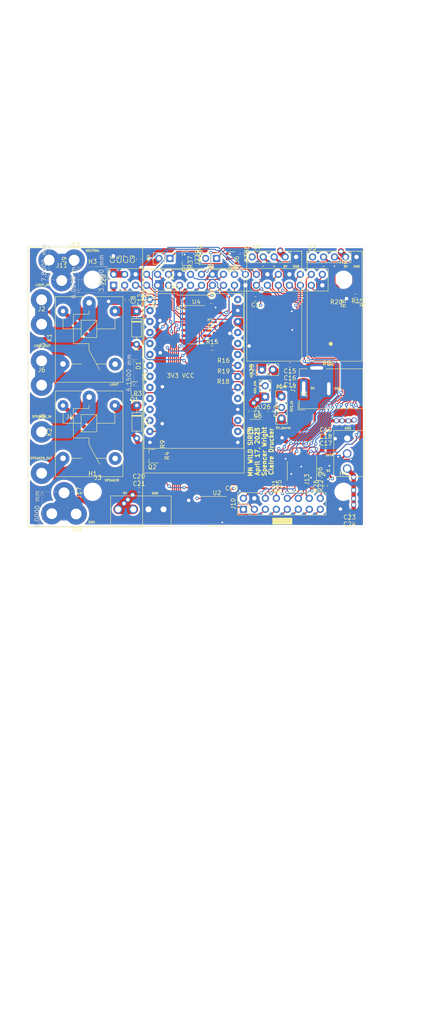
<source format=kicad_pcb>
(kicad_pcb (version 20211014) (generator pcbnew)
  (layers (0 "F.Cu" signal) (1 "In1.Cu" power "GND") (2 "In2.Cu" signal "POWER") (31 "B.Cu" signal) (34 "B.Paste" user) (35 "F.Paste" user) (36 "B.SilkS" user "B.Silkscreen") (37 "F.SilkS" user "F.Silkscreen") (38 "B.Mask" user) (39 "F.Mask" user) (44 "Edge.Cuts" user))
  (net 0 "")
  (net 1 "Net-(C1-Pad1)")
  (net 2 "GND")
  (net 6 "5V")
  (net 8 "3V3")
  (net 9 "3V3_ADAFRUIT")
  (net 10 "Net-(J2-Pad1)")
  (net 11 "Net-(J5-Pad1)")
  (net 12 "Net-(J6-Pad1)")
  (net 13 "Net-(J8-Pad1)")
  (net 14 "WKUP2")
  (net 15 "WKUP1")
  (net 17 "Net-(J22-Pad1)")
  (net 18 "Net-(J25-Pad1)")
  (net 20 "Net-(R16-Pad2)")
  (net 21 "LIGHT_CTRL")
  (net 22 "SPEAKER_CTRL")
  (net 23 "Net-(R18-Pad1)")
  (net 24 "Net-(Q3-Pad3)")
  (net 25 "Net-(Q4-Pad3)")
  (net 27 "/Sheet637955BC/OUT_2_N")
  (net 28 "/Sheet637955BC/OUT_2_P")
  (net 29 "Net-(R8-Pad2)")
  (net 30 "ADAFRUIT_RESET_N")
  (net 33 "ADAFRUIT_VOL_UP")
  (net 38 "ADAFRUIT_TRIG_0")
  (net 39 "ADAFRUIT_TRIG_1")
  (net 42 "INT_2")
  (net 43 "INT_1")
  (net 44 "Net-(C14-Pad1)")
  (net 45 "5V_BARREL")
  (net 46 "PWM0_SHIFTED")
  (net 47 "INT_WKUP_EN")
  (net 48 "LED_OUT_2")
  (net 49 "ADAFRUIT_ACT")
  (net 50 "LED_OUT_1")
  (net 51 "Net-(Q1-Pad2)")
  (net 52 "Net-(Q2-Pad2)")
  (net 53 "Net-(R7-Pad2)")
  (net 54 "ADAFRUIT_PWR_EN")
  (net 57 "Net-(J11-Pad1)")
  (net 58 "Net-(J15-Pad1)")
  (net 59 "/Sheet637955BC/OUT_1_P")
  (net 60 "/Sheet637955BC/OUT_1_N")
  (net 61 "Net-(D2-Pad2)")
  (net 62 "Net-(D1-Pad2)")
  (net 63 "Net-(J239-Pad1)")
  (net 70 "Net-(C22-Pad1)")
  (net 71 "MATRIX_OE")
  (net 72 "MATRIX_CLK")
  (net 73 "MATRIX_C")
  (net 74 "MATRIX_A")
  (net 75 "MATRIX_B2")
  (net 76 "MATRIX_E")
  (net 77 "PWM0")
  (net 78 "MATRIX_R1")
  (net 79 "MATRIX_B1")
  (net 80 "MATRIX_R2")
  (net 81 "MATRIX_G1")
  (net 82 "MATRIX_G2")
  (net 83 "MATRIX_B")
  (net 84 "MATRIX_D")
  (net 85 "MATRIX_LAT")
  (net 86 "Net-(J10-Pad8)")
  (net 87 "Net-(J10-Pad16)")
  (net 88 "PI_MATRIX_R1")
  (net 89 "PI_MATRIX_G1")
  (net 90 "PI_MATRIX_B1")
  (net 91 "PI_MATRIX_R2")
  (net 92 "PI_MATRIX_G2")
  (net 93 "PI_MATRIX_B2")
  (net 94 "PI_MATRIX_E")
  (net 95 "PI_MATRIX_A")
  (net 96 "PI_MATRIX_B")
  (net 97 "PI_MATRIX_C")
  (net 98 "PI_MATRIX_D")
  (net 99 "PI_MATRIX_CLK")
  (net 100 "PI_MATRIX_LAT")
  (net 101 "PI_MATRIX_OE")
  (footprint "Resistor_SMD:R_0603_1608Metric_Pad1.05x0.95mm_HandSolder" (layer "F.Cu") (at 218.934999 81.79 180)
    (fp_text reference "C1")
    (fp_text value "1u")
  )
  (footprint "Capacitor_SMD:C_0603_1608Metric" (layer "F.Cu") (at 189.27 82.07 -90)
    (fp_text reference "C8")
    (fp_text value "0.1u")
  )
  (footprint "Capacitor_SMD:C_0402_1005Metric" (layer "F.Cu") (at 213.39 126.76)
    (fp_text reference "C10")
    (fp_text value "0.1u")
  )
  (footprint "Capacitor_SMD:C_0603_1608Metric" (layer "F.Cu") (at 192.34 82.05 -90)
    (fp_text reference "C11")
    (fp_text value "0.1u")
  )
  (footprint "Capacitor_SMD:C_0603_1608Metric" (layer "F.Cu") (at 190.81 82.06 -90)
    (fp_text reference "C12")
    (fp_text value "1u")
  )
  (footprint "Capacitor_SMD:C_0603_1608Metric" (layer "F.Cu") (at 222.34 107.7975 -90)
    (fp_text reference "C22")
    (fp_text value "1u")
  )
  (footprint "MountingHole:MountingHole_2.5mm_Pad" (layer "F.Cu") (at 169.5 87.67)
    (fp_text reference "J2")
    (fp_text value "Conn_01x01_Male")
  )
  (footprint "MountingHole:MountingHole_2.5mm_Pad" (layer "F.Cu") (at 169.5 82.04)
    (fp_text reference "J4")
    (fp_text value "Conn_01x01_Male")
  )
  (footprint "MountingHole:MountingHole_2.5mm_Pad" (layer "F.Cu") (at 169.5 112.55)
    (fp_text reference "J5")
    (fp_text value "Conn_01x01_Male")
  )
  (footprint "MountingHole:MountingHole_2.5mm_Pad" (layer "F.Cu") (at 169.5 101.75)
    (fp_text reference "J6")
    (fp_text value "Conn_01x01_Male")
  )
  (footprint "MountingHole:MountingHole_2.5mm_Pad" (layer "F.Cu") (at 169.5 96.15)
    (fp_text reference "J7")
    (fp_text value "Conn_01x01_Male")
  )
  (footprint "MountingHole:MountingHole_2.5mm_Pad" (layer "F.Cu") (at 169.5 122.1)
    (fp_text reference "J8" hide)
    (fp_text value "Conn_01x01_Male")
  )
  (footprint "MountingHole:MountingHole_2.5mm_Pad" (layer "F.Cu") (at 171.86 131.45 -90)
    (fp_text reference "J15" hide)
    (fp_text value "Conn_01x01_Male")
  )
  (footprint "MountingHole:MountingHole_2.5mm_Pad" (layer "F.Cu") (at 177.49 131.52 180)
    (fp_text reference "J16")
    (fp_text value "Conn_01x01_Male")
  )
  (footprint "Connector_PinHeader_2.54mm:PinHeader_2x20_P2.54mm_Vertical" (layer "F.Cu") (at 186.15 78.68 90)
    (fp_text reference "J20")
    (fp_text value "Conn_01x40_Male")
  )
  (footprint "Connector_PinHeader_2.54mm:PinHeader_1x02_P2.54mm_Vertical" (layer "F.Cu") (at 209.96 72.46 -90)
    (fp_text reference "J22" hide)
    (fp_text value "Conn_01x02_Male")
  )
  (footprint "Connector_PinHeader_2.54mm:PinHeader_1x02_P2.54mm_Vertical" (layer "F.Cu") (at 220.435 98.17 90)
    (fp_text reference "J25")
    (fp_text value "Conn_01x02_Male")
  )
  (footprint "Connector_PinHeader_2.54mm:PinHeader_1x02_P2.54mm_Vertical" (layer "F.Cu") (at 221.18 104.435 180)
    (fp_text reference "J26")
    (fp_text value "Conn_01x02_Male")
  )
  (footprint "Relay_THT:Relay_SPDT_SANYOU_SRD_Series_Form_C" (layer "F.Cu") (at 180.5 82.7 -90)
    (fp_text reference "K1")
    (fp_text value "SANYOU_SRD_Form_C" hide)
  )
  (footprint "Relay_THT:Relay_SPDT_SANYOU_SRD_Series_Form_C" (layer "F.Cu") (at 180.5 104.5 -90)
    (fp_text reference "K2")
    (fp_text value "SANYOU_SRD_Form_C" hide)
  )
  (footprint "Package_TO_SOT_SMD:SOT-23" (layer "F.Cu") (at 190.96 102.55 180)
    (fp_text reference "Q1")
    (fp_text value "BSS138")
  )
  (footprint "Package_TO_SOT_SMD:SOT-23" (layer "F.Cu") (at 195.07 118.17 180)
    (fp_text reference "Q2")
    (fp_text value "BSS138")
  )
  (footprint "Package_TO_SOT_SMD:SOT-23" (layer "F.Cu") (at 213.54 72.5 180)
    (fp_text reference "Q3")
    (fp_text value "BSS138")
  )
  (footprint "Package_TO_SOT_SMD:SOT-23" (layer "F.Cu") (at 202.79 72.5 180)
    (fp_text reference "Q4")
    (fp_text value "BSS138")
  )
  (footprint "Resistor_SMD:R_0402_1005Metric" (layer "F.Cu") (at 191.73 104.85)
    (fp_text reference "R3")
    (fp_text value "10k")
  )
  (footprint "Resistor_SMD:R_0402_1005Metric" (layer "F.Cu") (at 197.37 118.06 -90)
    (fp_text reference "R4")
    (fp_text value "10k")
  )
  (footprint "Resistor_SMD:R_0402_1005Metric" (layer "F.Cu") (at 192.21 99.76 -90)
    (fp_text reference "R5")
    (fp_text value "10k")
  )
  (footprint "Resistor_SMD:R_0402_1005Metric" (layer "F.Cu") (at 238.15 82.895 -90)
    (fp_text reference "R8")
    (fp_text value "1k")
  )
  (footprint "Resistor_SMD:R_0402_1005Metric" (layer "F.Cu") (at 196.31 115.395 -90)
    (fp_text reference "R9")
    (fp_text value "10k")
  )
  (footprint "Resistor_SMD:R_0402_1005Metric" (layer "F.Cu") (at 196.71 82.51 90)
    (fp_text reference "R10")
    (fp_text value "10k")
  )
  (footprint "Resistor_SMD:R_0402_1005Metric" (layer "F.Cu") (at 210.91 84.49 -90)
    (fp_text reference "R14" hide)
    (fp_text value "1k")
  )
  (footprint "Resistor_SMD:R_0402_1005Metric" (layer "F.Cu") (at 211.5 102.08)
    (fp_text reference "R18")
    (fp_text value "10k")
  )
  (footprint "Resistor_SMD:R_0402_1005Metric" (layer "F.Cu") (at 211.575 99.7)
    (fp_text reference "R19")
    (fp_text value "10k")
  )
  (footprint "Resistor_SMD:R_0402_1005Metric" (layer "F.Cu") (at 237.665 81.36 180)
    (fp_text reference "R20")
    (fp_text value "10k")
  )
  (footprint "Resistor_SMD:R_0402_1005Metric" (layer "F.Cu") (at 234.14 125.035 90)
    (fp_text reference "R26")
    (fp_text value "DNI")
  )
  (footprint "Resistor_SMD:R_0402_1005Metric" (layer "F.Cu") (at 215.79 73.33 90)
    (fp_text reference "R36")
    (fp_text value "10k")
  )
  (footprint "Resistor_SMD:R_0402_1005Metric" (layer "F.Cu") (at 205.06 73.32 90)
    (fp_text reference "R37")
    (fp_text value "10k")
  )
  (footprint "Package_SO:TSSOP-20_4.4x6.5mm_P0.65mm" (layer "F.Cu") (at 210.03 130.85)
    (fp_text reference "U2")
    (fp_text value "SN74HCT245PW")
  )
  (footprint "srw_custom:PS2501-2SM" (layer "F.Cu") (at 235.41 96.06 180)
    (fp_text reference "U8")
    (fp_text value "PS2501-2")
  )
  (footprint "srw_custom:433MHz_receiver" (layer "F.Cu") (at 216.4175 70.314999)
    (fp_text reference "U7")
    (fp_text value "receiver_433MHz")
  )
  (footprint "MountingHole:MountingHole_3.2mm_M3" (layer "F.Cu") (at 181.3 126.4)
    (fp_text reference "H1")
    (fp_text value "MountingHole")
  )
  (footprint "MountingHole:MountingHole_3.2mm_M3" (layer "F.Cu") (at 239.3 77.4)
    (fp_text reference "H2")
    (fp_text value "MountingHole")
  )
  (footprint "MountingHole:MountingHole_3.2mm_M3" (layer "F.Cu") (at 181.3 77.4)
    (fp_text reference "H3")
    (fp_text value "MountingHole")
  )
  (footprint "MountingHole:MountingHole_3.2mm_M3" (layer "F.Cu") (at 239.3 126.4)
    (fp_text reference "H4")
    (fp_text value "MountingHole")
  )
  (footprint "srw_custom:adafruit_soundboard" (layer "F.Cu") (at 206.1778 115.7077 -90)
    (fp_text reference "U1")
    (fp_text value "adafruit_audio_fx_sound_board")
  )
  (footprint "Resistor_SMD:R_0402_1005Metric" (layer "F.Cu") (at 211.59 97.24)
    (fp_text reference "R16")
    (fp_text value "10k")
  )
  (footprint "Resistor_SMD:R_0402_1005Metric" (layer "F.Cu") (at 218.345 113.57)
    (fp_text reference "R11")
    (fp_text value "1M" hide)
  )
  (footprint "Package_TO_SOT_SMD:SOT-23-5" (layer "F.Cu") (at 219.47 111.23)
    (fp_text reference "U5")
    (fp_text value "TLV75733PDBV")
  )
  (footprint "MountingHole:MountingHole_2.5mm_Pad" (layer "F.Cu") (at 171.25 72.86 -90)
    (fp_text reference "J9")
    (fp_text value "Conn_01x01_Male")
  )
  (footprint "MountingHole:MountingHole_2.5mm_Pad" (layer "F.Cu") (at 174.69 126.63 -90)
    (fp_text reference "J17")
    (fp_text value "Conn_01x01_Male" hide)
  )
  (footprint "Connector_PinHeader_2.54mm:PinHeader_1x03_P2.54mm_Vertical" (layer "F.Cu") (at 224.96 104.37)
    (fp_text reference "J14")
    (fp_text value "Conn_01x03_Male")
  )
  (footprint "srw_custom:1984633" (layer "F.Cu") (at 185.4 127.25)
    (fp_text reference "J3")
    (fp_text value "Conn_01x04_Male")
  )
  (footprint "MountingHole:MountingHole_2.5mm_Pad" (layer "F.Cu") (at 177.02 72.87)
    (fp_text reference "J12")
    (fp_text value "Conn_01x01_Male")
  )
  (footprint "Capacitor_SMD:C_0603_1608Metric_Pad1.08x0.95mm_HandSolder" (layer "F.Cu") (at 235.22 115.05)
    (fp_text reference "C18")
    (fp_text value "1u")
  )
  (footprint "srw_custom:1984620" (layer "F.Cu") (at 237 122.685 90)
    (fp_text reference "J13")
    (fp_text value "Conn_01x03_Male")
  )
  (footprint "Resistor_SMD:R_0402_1005Metric" (layer "F.Cu") (at 242.55 82.66 -90)
    (fp_text reference "R7")
    (fp_text value "1k")
  )
  (footprint "Capacitor_SMD:C_0603_1608Metric" (layer "F.Cu") (at 191.97 72.66 90)
    (fp_text reference "C9")
    (fp_text value "1u")
  )
  (footprint "Package_SO:SOIC-14_3.9x8.7mm_P1.27mm" (layer "F.Cu") (at 205.28 87.79)
    (fp_text reference "U4")
    (fp_text value "TXS0104EDR")
  )
  (footprint "Resistor_SMD:R_0402_1005Metric" (layer "F.Cu") (at 224.55 125.06 90)
    (fp_text reference "R21")
    (fp_text value "DNI")
  )
  (footprint "Diode_THT:D_DO-35_SOD27_P7.62mm_Horizontal" (layer "F.Cu") (at 191.45 84.69 -90)
    (fp_text reference "D1")
    (fp_text value "1N914")
  )
  (footprint "Capacitor_SMD:C_0603_1608Metric" (layer "F.Cu") (at 187.35 72.64 90)
    (fp_text reference "C6")
    (fp_text value "0.1u")
  )
  (footprint "Capacitor_SMD:C_0603_1608Metric" (layer "F.Cu") (at 217.93 107.81 -90)
    (fp_text reference "C25")
    (fp_text value "1u")
  )
  (footprint "Capacitor_SMD:C_0603_1608Metric" (layer "F.Cu") (at 188.91 72.66 90)
    (fp_text reference "C5")
    (fp_text value "0.1u")
  )
  (footprint "Capacitor_SMD:C_0603_1608Metric_Pad1.08x0.95mm_HandSolder" (layer "F.Cu") (at 208.67 82.38)
    (fp_text reference "C3")
    (fp_text value "1u")
  )
  (footprint "Resistor_SMD:R_0402_1005Metric" (layer "F.Cu") (at 209.69 87.67 90)
    (fp_text reference "R13")
    (fp_text value "1k")
  )
  (footprint "Resistor_SMD:R_0402_1005Metric" (layer "F.Cu") (at 225.6 125.07 90)
    (fp_text reference "R25")
    (fp_text value "0")
  )
  (footprint "Capacitor_SMD:C_0603_1608Metric_Pad1.08x0.95mm_HandSolder" (layer "F.Cu") (at 226.9175 97.06 180)
    (fp_text reference "C15")
    (fp_text value "1u")
  )
  (footprint "Capacitor_SMD:C_0603_1608Metric_Pad1.08x0.95mm_HandSolder" (layer "F.Cu") (at 235.24 113.48)
    (fp_text reference "C19")
    (fp_text value "1u")
  )
  (footprint "Resistor_SMD:R_0402_1005Metric" (layer "F.Cu") (at 215.78 71.39 -90)
    (fp_text reference "R388")
    (fp_text value "1k")
  )
  (footprint "Capacitor_SMD:C_0402_1005Metric" (layer "F.Cu") (at 234.29 123.57)
    (fp_text reference "C4")
    (fp_text value "0.1u")
  )
  (footprint "Connector_PinHeader_2.54mm:PinHeader_2x08_P2.54mm_Vertical" (layer "F.Cu") (at 216.155 130.445 90)
    (fp_text reference "J10")
    (fp_text value "Conn_01x16_Male")
  )
  (footprint "Package_SO:TSSOP-20_4.4x6.5mm_P0.65mm" (layer "F.Cu") (at 229.69 121.6 -90)
    (fp_text reference "U6")
    (fp_text value "SN74HCT245PW")
  )
  (footprint "Connector_BarrelJack:BarrelJack_Wuerth_6941xx301002" (layer "F.Cu") (at 230.1 102.58 90)
    (fp_text reference "J1")
    (fp_text value "Barrel_Jack_Switch")
  )
  (footprint "Connector_PinHeader_2.54mm:PinHeader_1x02_P2.54mm_Vertical" (layer "F.Cu") (at 199.17 72.47 -90)
    (fp_text reference "J239")
    (fp_text value "Conn_01x02_Male")
  )
  (footprint "Capacitor_SMD:C_0603_1608Metric_Pad1.08x0.95mm_HandSolder" (layer "F.Cu") (at 201.9725 82.42 180)
    (fp_text reference "C2")
    (fp_text value "1u")
  )
  (footprint "srw_custom:433MHz_receiver" (layer "F.Cu") (at 230.379999 70.33)
    (fp_text reference "U3")
    (fp_text value "receiver_433MHz")
  )
  (footprint "Resistor_SMD:R_0402_1005Metric" (layer "F.Cu") (at 235.22 125.02 90)
    (fp_text reference "R22")
    (fp_text value "DNI")
  )
  (footprint "Resistor_SMD:R_0402_1005Metric" (layer "F.Cu") (at 205.07 71.4 -90)
    (fp_text reference "R399")
    (fp_text value "1k")
  )
  (footprint "Capacitor_SMD:C_0603_1608Metric" (layer "F.Cu") (at 240.715 132.44 180)
    (fp_text reference "C24")
    (fp_text value "10u")
  )
  (footprint "Resistor_SMD:R_0402_1005Metric" (layer "F.Cu") (at 242.09 81.12 180)
    (fp_text reference "R1")
    (fp_text value "10k")
  )
  (footprint "Diode_THT:D_DO-35_SOD27_P7.62mm_Horizontal" (layer "F.Cu") (at 191.51 106.43 -90)
    (fp_text reference "D2")
    (fp_text value "1N914")
  )
  (footprint "Capacitor_SMD:C_0603_1608Metric_Pad1.08x0.95mm_HandSolder" (layer "F.Cu") (at 235.22 116.65)
    (fp_text reference "C17")
    (fp_text value "10u")
  )
  (footprint "Capacitor_SMD:C_0603_1608Metric" (layer "F.Cu") (at 192.035 125.96)
    (fp_text reference "C21")
    (fp_text value "10u")
  )
  (footprint "srw_custom:2410FA" (layer "F.Cu") (at 229.37 105.99)
    (fp_text reference "F1")
    (fp_text value "Fuse-2410FA")
  )
  (footprint "Capacitor_SMD:C_0603_1608Metric_Pad1.08x0.95mm_HandSolder" (layer "F.Cu") (at 226.92 98.65 180)
    (fp_text reference "C16")
    (fp_text value "1u")
  )
  (footprint "MountingHole:MountingHole_2.5mm_Pad" (layer "F.Cu") (at 174.15 77.58)
    (fp_text reference "J11")
    (fp_text value "Conn_01x01_Male")
  )
  (footprint "Capacitor_SMD:C_0603_1608Metric" (layer "F.Cu") (at 240.72 130.84 180)
    (fp_text reference "C23")
    (fp_text value "1u")
  )
  (footprint "Capacitor_SMD:C_0603_1608Metric" (layer "F.Cu") (at 191.985 124.26)
    (fp_text reference "C20")
    (fp_text value "1u")
  )
  (footprint "Capacitor_SMD:C_0603_1608Metric" (layer "F.Cu") (at 190.43 72.66 90)
    (fp_text reference "C7")
    (fp_text value "1u")
  )
  (footprint "Capacitor_SMD:C_0603_1608Metric_Pad1.08x0.95mm_HandSolder" (layer "F.Cu") (at 226.94 100.25 180)
    (fp_text reference "C14")
    (fp_text value "10u")
  )
  (footprint "Resistor_SMD:R_0603_1608Metric_Pad0.98x0.95mm_HandSolder" (layer "F.Cu") (at 208.9375 93.17)
    (fp_text reference "R15")
    (fp_text value "1M")
  )
  (gr_rect (start 166.34 69.98) (end 192.86 134.56) (layer "F.SilkS") (width 0.12) (fill none))
  (gr_rect (start 222.88 132.43) (end 227.44 133.92) (layer "F.SilkS") (width 0.05) (fill solid))
  (gr_line (start 244.3 69.6) (end 244.3 134.6) (layer "Edge.Cuts") (width 0.05))
  (gr_line (start 166.3 134.4) (end 166.3 69.6) (layer "Edge.Cuts") (width 0.05))
  (gr_line (start 244.3 134.6) (end 166.3 134.4) (layer "Edge.Cuts") (width 0.05))
  (gr_line (start 166.3 69.6) (end 244.3 69.6) (layer "Edge.Cuts") (width 0.05))
  (gr_text "GRN" (at 208.61 74.36) (layer "F.SilkS") (effects (font (size 0.5 0.5) (thickness 0.125))))
  (gr_text "ADA_VIN" (at 218.85 102.23 90) (layer "F.SilkS") (effects (font (size 0.5 0.5) (thickness 0.125))))
  (gr_text "5V" (at 235.8 121.55) (layer "F.SilkS") (effects (font (size 0.5 0.5) (thickness 0.125))))
  (gr_text "GND" (at 240.3 111.72) (layer "F.SilkS") (effects (font (size 0.5 0.5) (thickness 0.125))))
  (gr_text "GND" (at 236.38 97.01) (layer "F.SilkS") (effects (font (size 0.5 0.5) (thickness 0.125))))
  (gr_text "GND" (at 237.92 102.52) (layer "F.SilkS") (effects (font (size 0.5 0.5) (thickness 0.125))))
  (gr_text "GND" (at 195.72 126.75) (layer "F.SilkS") (effects (font (size 0.5 0.5) (thickness 0.125))))
  (gr_text "SPEAKER_OUT" (at 169.45 118.64) (layer "F.SilkS") (effects (font (size 0.5 0.5) (thickness 0.125))))
  (gr_text "SPEAKER" (at 185.75 123.76) (layer "F.SilkS") (effects (font (size 0.5 0.5) (thickness 0.125))))
  (gr_text "MN WILD SIREN\nApril 17, 2023\nSpencer Wright\nClaire Drucker" (at 220.19 117.09 90) (layer "F.SilkS") (effects (font (size 1 1) (thickness 0.25))))
  (gr_text "LIGHT" (at 186.28 101.6) (layer "F.SilkS") (effects (font (size 0.5 0.5) (thickness 0.125))))
  (gr_text "3V3 VCC" (at 201.63 99.55) (layer "F.SilkS") (effects (font (size 1 1))))
  (gr_text "5V_barrel" (at 225.39 111.62) (layer "F.SilkS") (effects (font (size 0.5 0.5) (thickness 0.125))))
  (gr_text "SPEAKER_IN" (at 169.54 109.02) (layer "F.SilkS") (effects (font (size 0.5 0.5) (thickness 0.125))))
  (gr_text "NEUTRAL" (at 181.3 70.68) (layer "F.SilkS") (effects (font (size 0.5 0.5) (thickness 0.125))))
  (gr_text "ADA_BUS" (at 218 98.41 90) (layer "F.SilkS") (effects (font (size 0.5 0.5) (thickness 0.125))))
  (gr_text "5V" (at 232.18 102.48) (layer "F.SilkS") (effects (font (size 0.5 0.5) (thickness 0.125))))
  (gr_text "3V3_IN" (at 227.31 106.67 90) (layer "F.SilkS") (effects (font (size 0.5 0.5) (thickness 0.125))))
  (gr_text "DATA" (at 236.05 117.93) (layer "F.SilkS") (effects (font (size 0.5 0.5) (thickness 0.125))))
  (gr_text "GND" (at 181.09 133.42) (layer "F.SilkS") (effects (font (size 0.5 0.5) (thickness 0.125))))
  (gr_text "LIGHT_IN" (at 169.67 78.59) (layer "F.SilkS") (effects (font (size 0.5 0.5) (thickness 0.125))))
  (gr_text "RED" (at 194.19 72.35 90) (layer "F.SilkS") (effects (font (size 0.5 0.5) (thickness 0.125))))
  (gr_text "5V_rpi" (at 224.95 102.06) (layer "F.SilkS") (effects (font (size 0.5 0.5) (thickness 0.125))))
  (gr_text "5V" (at 188.78 126.7) (layer "F.SilkS") (effects (font (size 0.5 0.5) (thickness 0.125))))
  (gr_text "LIGHT_OUT" (at 169.63 92.66) (layer "F.SilkS") (effects (font (size 0.5 0.5) (thickness 0.125))))
  (dimension (type orthogonal) (layer "Edge.Cuts") (pts (xy 181.3 126.4) (xy 181.3 134.4)) (height -11.7) (orientation 1) (gr_text "8.0000 mm" (at 168.45 130.4 90) (layer "Edge.Cuts") (effects (font (size 1 1) (thickness 0.15)))) (format (units 3) (units_format 1) (precision 4)) (style (thickness 0.05) (arrow_length 1.27) (text_position_mode 0) (extension_height 0.58642) (extension_offset 0.5) keep_text_aligned))
  (dimension (type orthogonal) (layer "Edge.Cuts") (pts (xy 181.3 77.41) (xy 181.3 74.33)) (height 3.17) (orientation 1) (gr_text "3.0800 mm" (at 183.32 75.87 90) (layer "Edge.Cuts") (effects (font (size 1 1) (thickness 0.15)))) (format (units 3) (units_format 1) (precision 4)) (style (thickness 0.05) (arrow_length 1.27) (text_position_mode 0) (extension_height 0.58642) (extension_offset 0.5) keep_text_aligned))
  (dimension (type orthogonal) (layer "Edge.Cuts") (pts (xy 181.3 77.4) (xy 181.3 69.6)) (height -10.1) (orientation 1) (gr_text "7.8000 mm" (at 170.05 73.5 90) (layer "Edge.Cuts") (effects (font (size 1 1) (thickness 0.15)))) (format (units 3) (units_format 1) (precision 4)) (style (thickness 0.05) (arrow_length 1.27) (text_position_mode 0) (extension_height 0.58642) (extension_offset 0.5) keep_text_aligned))
  (dimension (type orthogonal) (layer "Edge.Cuts") (pts (xy 192.434999 101.97) (xy 192.434999 95.82)) (height -1.59) (orientation 1) (gr_text "6.1500 mm" (at 189.694999 98.895 90) (layer "Edge.Cuts") (effects (font (size 1 1) (thickness 0.15)))) (format (units 3) (units_format 1) (precision 4)) (style (thickness 0.05) (arrow_length 1.27) (text_position_mode 0) (extension_height 0.58642) (extension_offset 0.5) keep_text_aligned))
  (dimension (type orthogonal) (layer "Edge.Cuts") (pts (xy 185.1 74.4) (xy 185.1 80.4)) (height -7.1) (orientation 1) (gr_text "6.0000 mm" (at 176.85 77.4 90) (layer "Edge.Cuts") (effects (font (size 1 1) (thickness 0.15)))) (format (units 3) (units_format 1) (precision 4)) (style (thickness 0.05) (arrow_length 1.27) (text_position_mode 0) (extension_height 0.58642) (extension_offset 0.5) keep_text_aligned))
  (segment (start 211.105 97.258216) (end 212.393884 98.5471) (width 0.25) (layer "F.Cu") (net 1))
  (segment (start 215.360757 98.5471) (end 216.0637 99.250043) (width 0.25) (layer "F.Cu") (net 1))
  (segment (start 218.435 101.895) (end 221.18 101.895) (width 0.25) (layer "F.Cu") (net 1))
  (segment (start 219.809999 81.79) (end 220.14 82.120001) (width 0.25) (layer "F.Cu") (net 1))
  (segment (start 220.14 83.28) (end 220.14 83.36) (width 0.25) (layer "F.Cu") (net 1))
  (segment (start 220.14 82.120001) (end 220.14 83.28) (width 0.25) (layer "F.Cu") (net 1))
  (segment (start 216.0637 99.5237) (end 218.435 101.895) (width 0.25) (layer "F.Cu") (net 1))
  (segment (start 212.393884 98.5471) (end 215.360757 98.5471) (width 0.25) (layer "F.Cu") (net 1))
  (segment (start 211.105 97.24) (end 211.105 97.258216) (width 0.25) (layer "F.Cu") (net 1))
  (segment (start 216.0637 99.250043) (end 216.0637 99.5237) (width 0.25) (layer "F.Cu") (net 1))
  (via (at 220.14 83.28) (size 0.8) (drill 0.4) (layers "F.Cu" "B.Cu") (net 1))
  (segment (start 229.54 120.58) (end 229.14005 120.58) (width 0.5) (layer "F.Cu") (net 2))
  (segment (start 235.883624 120.55) (end 233.310102 120.55) (width 0.5) (layer "F.Cu") (net 2))
  (segment (start 225.9525 118.7375) (end 226.765 118.7375) (width 0.5) (layer "F.Cu") (net 2))
  (segment (start 203.79 71.55) (end 202.56 71.55) (width 0.25) (layer "F.Cu") (net 2))
  (segment (start 233.310102 120.55) (end 233.130102 120.73) (width 0.5) (layer "F.Cu") (net 2))
  (segment (start 214.78 126.76) (end 215.34 126.2) (width 0.5) (layer "F.Cu") (net 2))
  (segment (start 206.21 72) (end 206.21 71.3) (width 0.25) (layer "F.Cu") (net 2))
  (segment (start 195.18 114.29) (end 195.73 114.29) (width 1) (layer "F.Cu") (net 2))
  (segment (start 214.27 128.43) (end 214.27 127.155) (width 0.5) (layer "F.Cu") (net 2))
  (segment (start 196.145 114.705) (end 196.31 114.705) (width 1) (layer "F.Cu") (net 2))
  (segment (start 191.245 104.85) (end 190.43 104.85) (width 0.25) (layer "F.Cu") (net 2))
  (segment (start 194.5437 114.9871) (end 194.5437 114.9263) (width 1) (layer "F.Cu") (net 2))
  (segment (start 235.22 124.02) (end 235.22 124.51) (width 0.5) (layer "F.Cu") (net 2))
  (segment (start 217.93 108.585) (end 216.0816 108.585) (width 0.5) (layer "F.Cu") (net 2))
  (segment (start 210.955 133.775) (end 211.28 133.45) (width 0.25) (layer "F.Cu") (net 2))
  (segment (start 202.805 92.335) (end 202.43 92.71) (width 0.25) (layer "F.Cu") (net 2))
  (segment (start 236.51505 120.13) (end 238.06 118.58505) (width 0.5) (layer "F.Cu") (net 2))
  (segment (start 227.36 84.69) (end 226.74 84.07) (width 0.5) (layer "F.Cu") (net 2))
  (segment (start 227.23 122.49005) (end 226.935025 122.785025) (width 0.5) (layer "F.Cu") (net 2))
  (segment (start 226.0775 100.25) (end 226.0775 98.67) (width 0.75) (layer "F.Cu") (net 2))
  (segment (start 213.875 126.76) (end 214.78 126.76) (width 0.5) (layer "F.Cu") (net 2))
  (segment (start 227.45005 122.27) (end 227.23 122.27) (width 0.5) (layer "F.Cu") (net 2))
  (segment (start 209.5325 83.6125) (end 209.73 83.81) (width 0.5) (layer "F.Cu") (net 2))
  (segment (start 209.5325 82.38) (end 209.5325 83.6125) (width 0.5) (layer "F.Cu") (net 2))
  (segment (start 209.85 91.68) (end 209.75 91.58) (width 0.25) (layer "F.Cu") (net 2))
  (segment (start 234.77 123.57) (end 235.22 124.02) (width 0.5) (layer "F.Cu") (net 2))
  (segment (start 233.71 122.13) (end 229.56995 122.13) (width 0.5) (layer "F.Cu") (net 2))
  (segment (start 239.94 130.845) (end 239.945 130.84) (width 0.75) (layer "F.Cu") (net 2))
  (segment (start 190.81 82.835) (end 189.28 82.835) (width 1) (layer "F.Cu") (net 2))
  (segment (start 216.0816 108.585) (end 214.8637 107.3671) (width 0.5) (layer "F.Cu") (net 2))
  (segment (start 189.28 82.835) (end 189.27 82.845) (width 1) (layer "F.Cu") (net 2))
  (segment (start 192.81 125.96) (end 192.81 129.06) (width 0.75) (layer "F.Cu") (net 2))
  (segment (start 238.06 118.58505) (end 238.06 118.3) (width 0.5) (layer "F.Cu") (net 2))
  (segment (start 222.975 107.95) (end 222.34 108.585) (width 0.75) (layer "F.Cu") (net 2))
  (segment (start 233.130102 120.73) (end 229.69 120.73) (width 0.5) (layer "F.Cu") (net 2))
  (segment (start 205.375 72.835) (end 205.98 72.23) (width 0.25) (layer "F.Cu") (net 2))
  (segment (start 239.945 130.84) (end 239.06 130.84) (width 0.75) (layer "F.Cu") (net 2))
  (segment (start 236.036812 120.396812) (end 235.883624 120.55) (width 0.5) (layer "F.Cu") (net 2))
  (segment (start 185.27 82.7) (end 184.98 82.41) (width 1) (layer "F.Cu") (net 2))
  (segment (start 226.74 84.07) (end 225.68 84.07) (width 0.5) (layer "F.Cu") (net 2))
  (segment (start 231.785 123.155) (end 231.965 123.335) (width 0.25) (layer "F.Cu") (net 2))
  (segment (start 213.29 71.55) (end 213.07 71.33) (width 0.25) (layer "F.Cu") (net 2))
  (segment (start 236.036812 120.396812) (end 236.303624 120.13) (width 0.5) (layer "F.Cu") (net 2))
  (segment (start 191.97 71.885) (end 190.43 71.885) (width 1) (layer "F.Cu") (net 2))
  (segment (start 231.785 123.155) (end 231.62 122.99) (width 0.25) (layer "F.Cu") (net 2))
  (segment (start 185.98 82.7) (end 185.27 82.7) (width 1) (layer "F.Cu") (net 2))
  (segment (start 202.56 71.55) (end 202.53 71.52) (width 0.25) (layer "F.Cu") (net 2))
  (segment (start 240.984302 118.909679) (end 240.835931 118.909679) (width 0.5) (layer "F.Cu") (net 2))
  (segment (start 201.11 82.42) (end 201.11 83.66) (width 0.5) (layer "F.Cu") (net 2))
  (segment (start 192.81 129.06) (end 194.2 130.45) (width 0.75) (layer "F.Cu") (net 2))
  (segment (start 236.1025 113.48) (end 236.75 113.48) (width 0.75) (layer "F.Cu") (net 2))
  (segment (start 229.365 118.7375) (end 229.365 120.405) (width 0.5) (layer "F.Cu") (net 2))
  (segment (start 192.76 124.26) (end 193.94 124.26) (width 0.75) (layer "F.Cu") (net 2))
  (segment (start 227.3 89.15) (end 227.47 88.98) (width 0.5) (layer "F.Cu") (net 2))
  (segment (start 192.415 99.07) (end 192.21 99.07) (width 1) (layer "F.Cu") (net 2))
  (segment (start 227.105 96.01) (end 228.49 96.01) (width 0.75) (layer "F.Cu") (net 2))
  (segment (start 226.055 97.06) (end 227.105 96.01) (width 0.75) (layer "F.Cu") (net 2))
  (segment (start 216.63 78.68) (end 216.63 80.360001) (width 0.5) (layer "F.Cu") (net 2))
  (segment (start 230.26 97.78) (end 233.1 97.78) (width 0.75) (layer "F.Cu") (net 2))
  (segment (start 209.75 91.58) (end 209.68 91.51) (width 0.25) (layer "F.Cu") (net 2))
  (segment (start 193.94 124.26) (end 197.7 128.02) (width 0.75) (layer "F.Cu") (net 2))
  (segment (start 214.54 71.55) (end 213.29 71.55) (width 0.25) (layer "F.Cu") (net 2))
  (segment (start 215.805538 72.845) (end 215.79 72.845) (width 0.25) (layer "F.Cu") (net 2))
  (segment (start 225.93 118.76) (end 225.9525 118.7375) (width 0.5) (layer "F.Cu") (net 2))
  (segment (start 227.23 122.27) (end 227.23 122.49005) (width 0.5) (layer "F.Cu") (net 2))
  (segment (start 218.716751 111.23) (end 218.3325 111.23) (width 0.25) (layer "F.Cu") (net 2))
  (segment (start 202.43 92.71) (end 202.42 92.72) (width 0.25) (layer "F.Cu") (net 2))
  (segment (start 216.63 80.360001) (end 218.059999 81.79) (width 0.5) (layer "F.Cu") (net 2))
  (segment (start 214.125 128.575) (end 214.27 128.43) (width 0.5) (layer "F.Cu") (net 2))
  (segment (start 215.920538 72.96) (end 215.805538 72.845) (width 0.25) (layer "F.Cu") (net 2))
  (segment (start 216.88 78.93) (end 216.63 78.68) (width 0.5) (layer "F.Cu") (net 2))
  (segment (start 226.055 97.06) (end 226.055 98.6475) (width 0.75) (layer "F.Cu") (net 2))
  (segment (start 219.32 111.833249) (end 218.716751 111.23) (width 0.25) (layer "F.Cu") (net 2))
  (segment (start 240.75061 118.995) (end 239.62995 118.995) (width 0.5) (layer "F.Cu") (net 2))
  (segment (start 187.35 71.865) (end 186.085 71.865) (width 1) (layer "F.Cu") (net 2))
  (segment (start 225.68 89.15) (end 227.3 89.15) (width 0.5) (layer "F.Cu") (net 2))
  (segment (start 236.75 113.48) (end 237.39 114.12) (width 0.75) (layer "F.Cu") (net 2))
  (segment (start 189.27 82.845) (end 189.125 82.7) (width 1) (layer "F.Cu") (net 2))
  (segment (start 200.885 83.885) (end 200.83 83.94) (width 0.5) (layer "F.Cu") (net 2))
  (segment (start 239.62995 118.995) (end 236.67495 121.95) (width 0.5) (layer "F.Cu") (net 2))
  (segment (start 231.965 123.335) (end 231.965 124.4625) (width 0.25) (layer "F.Cu") (net 2))
  (segment (start 236.1025 113.48) (end 236.1025 115.03) (width 0.75) (layer "F.Cu") (net 2))
  (segment (start 218.83 113.588216) (end 217.431116 114.9871) (width 0.25) (layer "F.Cu") (net 2))
  (segment (start 236.1025 115.03) (end 236.0825 115.05) (width 0.75) (layer "F.Cu") (net 2))
  (segment (start 229.14005 120.58) (end 227.45005 122.27) (width 0.5) (layer "F.Cu") (net 2))
  (segment (start 236.303624 120.13) (end 236.51505 120.13) (width 0.5) (layer "F.Cu") (net 2))
  (segment (start 197.37 115.68) (end 196.6 114.91) (width 0.25) (layer "F.Cu") (net 2))
  (segment (start 197.7 128.02) (end 197.7 130.45) (width 0.75) (layer "F.Cu") (net 2))
  (segment (start 236.0825 116.65) (end 236.0825 115.05) (width 0.75) (layer "F.Cu") (net 2))
  (segment (start 226.0775 98.67) (end 226.0575 98.65) (width 0.75) (layer "F.Cu") (net 2))
  (segment (start 205.06 72.835) (end 205.375 72.835) (width 0.25) (layer "F.Cu") (net 2))
  (segment (start 190.82 82.825) (end 190.81 82.835) (width 0.75) (layer "F.Cu") (net 2))
  (segment (start 228.49 96.01) (end 230.26 97.78) (width 0.75) (layer "F.Cu") (net 2))
  (segment (start 207.1675 133.775) (end 210.955 133.775) (width 0.25) (layer "F.Cu") (net 2))
  (segment (start 226.055 98.6475) (end 226.0575 98.65) (width 0.75) (layer "F.Cu") (net 2))
  (segment (start 233.89 121.95) (end 233.71 122.13) (width 0.5) (layer "F.Cu") (net 2))
  (segment (start 189.125 82.7) (end 185.98 82.7) (width 1) (layer "F.Cu") (net 2))
  (segment (start 226.935025 122.785025) (end 226.715 123.00505) (width 0.5) (layer "F.Cu") (net 2))
  (segment (start 229.365 120.405) (end 229.54 120.58) (width 0.5) (layer "F.Cu") (net 2))
  (segment (start 222.58 126.52) (end 222.58 126.8) (width 0.25) (layer "F.Cu") (net 2))
  (segment (start 236.67495 121.95) (end 233.89 121.95) (width 0.5) (layer "F.Cu") (net 2))
  (segment (start 218.83 113.57) (end 218.83 113.588216) (width 0.25) (layer "F.Cu") (net 2))
  (segment (start 229.69 120.73) (end 229.54 120.58) (width 0.5) (layer "F.Cu") (net 2))
  (segment (start 196.6 114.91) (end 196.31 114.91) (width 0.25) (layer "F.Cu") (net 2))
  (segment (start 226.715 123.00505) (end 226.715 123.27) (width 0.5) (layer "F.Cu") (net 2))
  (segment (start 229.56995 122.13) (end 228.389975 123.309975) (width 0.5) (layer "F.Cu") (net 2))
  (segment (start 193.438043 98.48953) (end 192.99547 98.48953) (width 1) (layer "F.Cu") (net 2))
  (segment (start 187.37 71.885) (end 187.35 71.865) (width 1) (layer "F.Cu") (net 2))
  (segment (start 214.27 127.155) (end 213.875 126.76) (width 0.5) (layer "F.Cu") (net 2))
  (segment (start 216.77 72.96) (end 215.920538 72.96) (width 0.25) (layer "F.Cu") (net 2))
  (segment (start 240.835931 118.909679) (end 240.75061 118.995) (width 0.5) (layer "F.Cu") (net 2))
  (segment (start 218.83 113.57) (end 219.32 113.08) (width 0.25) (layer "F.Cu") (net 2))
  (segment (start 201.11 83.66) (end 200.885 83.885) (width 0.5) (layer "F.Cu") (net 2))
  (segment (start 239.94 132.44) (end 239.94 130.845) (width 0.75) (layer "F.Cu") (net 2))
  (segment (start 188.91 71.885) (end 187.37 71.885) (width 1) (layer "F.Cu") (net 2))
  (segment (start 195.73 114.29) (end 196.145 114.705) (width 1) (layer "F.Cu") (net 2))
  (segment (start 205.98 72.23) (end 206.21 72) (width 0.25) (layer "F.Cu") (net 2))
  (segment (start 188.91 71.885) (end 190.43 71.885) (width 1) (layer "F.Cu") (net 2))
  (segment (start 223.45 107.95) (end 222.975 107.95) (width 0.75) (layer "F.Cu") (net 2))
  (segment (start 209.73 83.81) (end 209.77 83.85) (width 0.5) (layer "F.Cu") (net 2))
  (segment (start 192.99547 98.48953) (end 192.415 99.07) (width 1) (layer "F.Cu") (net 2))
  (segment (start 209.85 93.17) (end 209.85 91.68) (width 0.25) (layer "F.Cu") (net 2))
  (segment (start 197.37 117.575) (end 197.37 115.68) (width 0.25) (layer "F.Cu") (net 2))
  (segment (start 239.06 130.84) (end 238.595 130.375) (width 0.75) (layer "F.Cu") (net 2))
  (segment (start 212.8925 128.575) (end 214.125 128.575) (width 0.5) (layer "F.Cu") (net 2))
  (segment (start 192.34 82.825) (end 190.82 82.825) (width 0.75) (layer "F.Cu") (net 2))
  (segment (start 224.55 124.55) (end 222.58 126.52) (width 0.25) (layer "F.Cu") (net 2))
  (segment (start 190.43 104.85) (end 190.09 105.19) (width 0.25) (layer "F.Cu") (net 2))
  (segment (start 217.431116 114.9871) (end 214.8637 114.9871) (width 0.25) (layer "F.Cu") (net 2))
  (segment (start 202.805 91.6) (end 202.805 92.335) (width 0.25) (layer "F.Cu") (net 2))
  (segment (start 219.32 113.08) (end 219.32 111.833249) (width 0.25) (layer "F.Cu") (net 2))
  (segment (start 235.22 124.02) (end 235.73 123.51) (width 0.5) (layer "F.Cu") (net 2))
  (segment (start 194.5437 114.9263) (end 195.18 114.29) (width 1) (layer "F.Cu") (net 2))
  (via (at 203.51 128.38) (size 1.2) (drill 0.8) (layers "F.Cu" "B.Cu") (net 2))
  (via (at 213.02 89.79) (size 1.2) (drill 0.8) (layers "F.Cu" "B.Cu") (net 2))
  (via (at 186.085 71.865) (size 1.2) (drill 0.8) (layers "F.Cu" "B.Cu") (net 2))
  (via (at 235.73 123.51) (size 0.8) (drill 0.4) (layers "F.Cu" "B.Cu") (net 2))
  (via (at 196.93 94.27) (size 1.2) (drill 0.8) (layers "F.Cu" "B.Cu") (net 2))
  (via (at 193.438043 98.48953) (size 1.2) (drill 0.8) (layers "F.Cu" "B.Cu") (net 2))
  (via (at 229.54 120.58) (size 0.8) (drill 0.4) (layers "F.Cu" "B.Cu") (net 2))
  (via (at 197.4 110.64) (size 1.2) (drill 0.8) (layers "F.Cu" "B.Cu") (net 2))
  (via (at 238.06 118.3) (size 0.8) (drill 0.4) (layers "F.Cu" "B.Cu") (net 2))
  (via (at 227.36 84.69) (size 0.8) (drill 0.4) (layers "F.Cu" "B.Cu") (net 2))
  (via (at 197.42 102.11) (size 1.2) (drill 0.8) (layers "F.Cu" "B.Cu") (net 2))
  (via (at 190.09 105.19) (size 0.8) (drill 0.4) (layers "F.Cu" "B.Cu") (net 2))
  (via (at 223.45 107.95) (size 0.8) (drill 0.4) (layers "F.Cu" "B.Cu") (net 2))
  (via (at 202.43 92.71) (size 0.8) (drill 0.4) (layers "F.Cu" "B.Cu") (net 2))
  (via (at 202.56 71.55) (size 0.8) (drill 0.4) (layers "F.Cu" "B.Cu") (net 2))
  (via (at 206.21 71.3) (size 0.8) (drill 0.4) (layers "F.Cu" "B.Cu") (net 2))
  (via (at 211.28 133.45) (size 0.8) (drill 0.4) (layers "F.Cu" "B.Cu") (net 2))
  (via (at 237.39 114.12) (size 1.2) (drill 0.8) (layers "F.Cu" "B.Cu") (net 2))
  (via (at 196.86 86.8) (size 1.2) (drill 0.8) (layers "F.Cu" "B.Cu") (net 2))
  (via (at 231.785 123.155) (size 0.8) (drill 0.4) (layers "F.Cu" "B.Cu") (net 2))
  (via (at 227.23 122.27) (size 0.8) (drill 0.4) (layers "F.Cu" "B.Cu") (net 2))
  (via (at 213.07 71.33) (size 0.8) (drill 0.4) (layers "F.Cu" "B.Cu") (net 2))
  (via (at 225.11 113.92) (size 1.2) (drill 0.8) (layers "F.Cu" "B.Cu") (net 2))
  (via (at 200.885 83.885) (size 0.8) (drill 0.4) (layers "F.Cu" "B.Cu") (net 2))
  (via (at 217.5 92.72) (size 1.2) (drill 0.8) (layers "F.Cu" "B.Cu") (net 2))
  (via (at 236.036812 120.396812) (size 0.8) (drill 0.4) (layers "F.Cu" "B.Cu") (net 2))
  (via (at 225.93 118.76) (size 0.8) (drill 0.4) (layers "F.Cu" "B.Cu") (net 2))
  (via (at 222.58 126.8) (size 0.8) (drill 0.4) (layers "F.Cu" "B.Cu") (net 2))
  (via (at 209.73 83.81) (size 0.8) (drill 0.4) (layers "F.Cu" "B.Cu") (net 2))
  (via (at 238.595 130.375) (size 1.2) (drill 0.8) (layers "F.Cu" "B.Cu") (net 2))
  (via (at 184.98 82.41) (size 1.2) (drill 0.8) (layers "F.Cu" "B.Cu") (net 2))
  (via (at 209.75 91.58) (size 0.8) (drill 0.4) (layers "F.Cu" "B.Cu") (net 2))
  (via (at 216.77 72.96) (size 0.8) (drill 0.4) (layers "F.Cu" "B.Cu") (net 2))
  (via (at 227.47 88.98) (size 0.8) (drill 0.4) (layers "F.Cu" "B.Cu") (net 2))
  (via (at 240.01 81.75) (size 1.2) (drill 0.8) (layers "F.Cu" "B.Cu") (net 2))
  (via (at 240.984302 118.909679) (size 0.8) (drill 0.4) (layers "F.Cu" "B.Cu") (net 2))
  (via (at 215.34 126.2) (size 0.8) (drill 0.4) (layers "F.Cu" "B.Cu") (net 2))
  (segment (start 216.99 126.2) (end 215.34 126.2) (width 0.5) (layer "B.Cu") (net 2))
  (segment (start 218.695 127.905) (end 216.99 126.2) (width 0.5) (layer "B.Cu") (net 2))
  (segment (start 219.861396 99.94) (end 221.205 99.94) (width 0.25) (layer "F.Cu") (net 6))
  (segment (start 209.69 88.790457) (end 214.366643 93.4671) (width 0.25) (layer "F.Cu") (net 6))
  (segment (start 208.31 84.535) (end 207.755 83.98) (width 0.25) (layer "F.Cu") (net 6))
  (segment (start 219.11 97.15) (end 219.11 99.188604) (width 0.25) (layer "F.Cu") (net 6))
  (segment (start 238.72 71.08) (end 238.72 70.84) (width 1.5) (layer "F.Cu") (net 6))
  (segment (start 188.91 73.435) (end 190.43 73.435) (width 1.5) (layer "F.Cu") (net 6))
  (segment (start 191.97 73.435) (end 195.665 73.435) (width 1.5) (layer "F.Cu") (net 6))
  (segment (start 205.79 87.76) (end 206.465 88.435) (width 0.25) (layer "F.Cu") (net 6))
  (segment (start 207.755 82.4325) (end 207.8075 82.38) (width 0.5) (layer "F.Cu") (net 6))
  (segment (start 207.755 83.98) (end 207.378249 83.98) (width 0.25) (layer "F.Cu") (net 6))
  (segment (start 215.4271 93.4671) (end 219.11 97.15) (width 0.25) (layer "F.Cu") (net 6))
  (segment (start 219.11 99.188604) (end 219.861396 99.94) (width 0.25) (layer "F.Cu") (net 6))
  (segment (start 225.807501 72.114999) (end 224.7 71.007498) (width 1.5) (layer "F.Cu") (net 6))
  (segment (start 188.89 73.415) (end 188.91 73.435) (width 1.5) (layer "F.Cu") (net 6))
  (segment (start 207.378249 83.98) (end 205.79 85.568249) (width 0.25) (layer "F.Cu") (net 6))
  (segment (start 209.435 88.435) (end 209.69 88.18) (width 0.25) (layer "F.Cu") (net 6))
  (segment (start 186.15 76.14) (end 188.69 76.14) (width 1.5) (layer "F.Cu") (net 6))
  (segment (start 209.69 88.18) (end 209.69 88.790457) (width 0.25) (layer "F.Cu") (net 6))
  (segment (start 210.560305 84.005) (end 210.030305 84.535) (width 0.25) (layer "F.Cu") (net 6))
  (segment (start 210.030305 84.535) (end 208.31 84.535) (width 0.25) (layer "F.Cu") (net 6))
  (segment (start 186.15 74.615) (end 187.35 73.415) (width 1.5) (layer "F.Cu") (net 6))
  (segment (start 223.775 98.97) (end 222.975 98.17) (width 2) (layer "F.Cu") (net 6))
  (segment (start 205.79 85.568249) (end 205.79 87.76) (width 0.25) (layer "F.Cu") (net 6))
  (segment (start 223.775 103.185) (end 223.775 98.97) (width 2) (layer "F.Cu") (net 6))
  (segment (start 186.15 76.14) (end 186.15 74.615) (width 1.5) (layer "F.Cu") (net 6))
  (segment (start 224.96 104.37) (end 223.775 103.185) (width 2) (layer "F.Cu") (net 6))
  (segment (start 208.179188 81) (end 207.8075 81.371688) (width 0.25) (layer "F.Cu") (net 6))
  (segment (start 207.8075 81.371688) (end 207.8075 82.38) (width 0.25) (layer "F.Cu") (net 6))
  (segment (start 239.77 72.13) (end 238.72 71.08) (width 1.5) (layer "F.Cu") (net 6))
  (segment (start 221.205 99.94) (end 222.975 98.17) (width 0.25) (layer "F.Cu") (net 6))
  (segment (start 206.465 88.435) (end 209.435 88.435) (width 0.25) (layer "F.Cu") (net 6))
  (segment (start 187.35 73.415) (end 188.89 73.415) (width 1.5) (layer "F.Cu") (net 6))
  (segment (start 208.88 81) (end 208.179188 81) (width 0.25) (layer "F.Cu") (net 6))
  (segment (start 190.43 73.435) (end 191.97 73.435) (width 1.5) (layer "F.Cu") (net 6))
  (segment (start 195.665 73.435) (end 196.63 72.47) (width 1.5) (layer "F.Cu") (net 6))
  (segment (start 214.366643 93.4671) (end 215.4271 93.4671) (width 0.25) (layer "F.Cu") (net 6))
  (segment (start 207.755 83.98) (end 207.755 82.4325) (width 0.5) (layer "F.Cu") (net 6))
  (segment (start 224.7 71.007498) (end 224.7 70.68) (width 1.5) (layer "F.Cu") (net 6))
  (segment (start 210.91 84.005) (end 210.560305 84.005) (width 0.25) (layer "F.Cu") (net 6))
  (via (at 208.88 81) (size 0.8) (drill 0.4) (layers "F.Cu" "B.Cu") (net 6))
  (via (at 238.72 70.84) (size 1.2) (drill 0.8) (layers "F.Cu" "B.Cu") (net 6))
  (via (at 224.7 70.68) (size 1.2) (drill 0.8) (layers "F.Cu" "B.Cu") (net 6))
  (segment (start 202.835 82.315) (end 202.835 82.42) (width 0.25) (layer "F.Cu") (net 8))
  (segment (start 202.805 83.98) (end 202.805 82.45) (width 0.5) (layer "F.Cu") (net 8))
  (segment (start 206.47 78.68) (end 202.835 82.315) (width 0.25) (layer "F.Cu") (net 8))
  (segment (start 186.15 80.66) (end 186.15 78.68) (width 1) (layer "F.Cu") (net 8))
  (segment (start 189.27 81.295) (end 186.785 81.295) (width 1) (layer "F.Cu") (net 8))
  (segment (start 192.33 81.285) (end 192.34 81.275) (width 1) (layer "F.Cu") (net 8))
  (segment (start 189.28 81.285) (end 189.27 81.295) (width 1) (layer "F.Cu") (net 8))
  (segment (start 190.81 81.285) (end 189.28 81.285) (width 1) (layer "F.Cu") (net 8))
  (segment (start 202.805 82.45) (end 202.835 82.42) (width 0.5) (layer "F.Cu") (net 8))
  (segment (start 190.81 81.285) (end 192.33 81.285) (width 1) (layer "F.Cu") (net 8))
  (segment (start 186.785 81.295) (end 186.15 80.66) (width 1) (layer "F.Cu") (net 8))
  (segment (start 215.360757 100.9471) (end 218.848657 104.435) (width 0.25) (layer "F.Cu") (net 9))
  (segment (start 219.23 108.9025) (end 219.23 107.79) (width 1.25) (layer "F.Cu") (net 9))
  (segment (start 194.186643 83.1671) (end 192.663743 84.69) (width 0.25) (layer "F.Cu") (net 9))
  (segment (start 219.23 107.79) (end 217.93 106.49) (width 1.25) (layer "F.Cu") (net 9))
  (segment (start 213.3071 100.9471) (end 215.360757 100.9471) (width 0.25) (layer "F.Cu") (net 9))
  (segment (start 217.93 106.49) (end 217.93 107.035) (width 0.5) (layer "F.Cu") (net 9))
  (segment (start 186.45 106.45) (end 187.699999 107.699999) (width 2.25) (layer "F.Cu") (net 9))
  (segment (start 196.71 82.995) (end 196.5379 83.1671) (width 0.25) (layer "F.Cu") (net 9))
  (segment (start 186.49 84.69) (end 186.45 84.65) (width 2.25) (layer "F.Cu") (net 9))
  (segment (start 217.93 106.05) (end 217.93 107.035) (width 0.5) (layer "F.Cu") (net 9))
  (segment (start 190.305001 107.699999) (end 191.51 106.495) (width 2.25) (layer "F.Cu") (net 9))
  (segment (start 212.06 99.7) (end 212.06 102.005) (width 0.25) (layer "F.Cu") (net 9))
  (segment (start 212.06 99.7) (end 213.3071 100.9471) (width 0.25) (layer "F.Cu") (net 9))
  (segment (start 220.6075 110.28) (end 219.23 108.9025) (width 1.25) (layer "F.Cu") (net 9))
  (segment (start 187.699999 107.699999) (end 190.305001 107.699999) (width 2.25) (layer "F.Cu") (net 9))
  (segment (start 218.848657 104.435) (end 221.18 104.435) (width 0.25) (layer "F.Cu") (net 9))
  (segment (start 218.28 105.7) (end 217.93 106.05) (width 0.5) (layer "F.Cu") (net 9))
  (segment (start 212.06 102.005) (end 211.985 102.08) (width 0.25) (layer "F.Cu") (net 9))
  (segment (start 219.985 104.435) (end 219.36 105.06) (width 2) (layer "F.Cu") (net 9))
  (segment (start 218.555 105.865) (end 218.53 105.89) (width 2) (layer "F.Cu") (net 9))
  (segment (start 219.36 105.06) (end 218.555 105.865) (width 2) (layer "F.Cu") (net 9))
  (segment (start 221.18 104.435) (end 219.985 104.435) (width 2) (layer "F.Cu") (net 9))
  (segment (start 196.5379 83.1671) (end 194.186643 83.1671) (width 0.25) (layer "F.Cu") (net 9))
  (segment (start 218.53 105.89) (end 217.93 106.49) (width 2) (layer "F.Cu") (net 9))
  (segment (start 191.45 84.69) (end 186.49 84.69) (width 2.25) (layer "F.Cu") (net 9))
  (segment (start 192.663743 84.69) (end 191.45 84.69) (width 0.25) (layer "F.Cu") (net 9))
  (via (at 219.36 105.06) (size 1.2) (drill 0.8) (layers "F.Cu" "B.Cu") (net 9))
  (via (at 218.53 105.89) (size 1.2) (drill 0.8) (layers "F.Cu" "B.Cu") (net 9))
  (segment (start 172.23 90.4) (end 169.5 87.67) (width 3) (layer "B.Cu") (net 10))
  (segment (start 180.5 82.7) (end 180.5 86.72) (width 3) (layer "B.Cu") (net 10))
  (segment (start 180.5 86.72) (end 176.82 90.4) (width 3) (layer "B.Cu") (net 10))
  (segment (start 176.82 90.4) (end 172.23 90.4) (width 3) (layer "B.Cu") (net 10))
  (segment (start 169.5 82.04) (end 169.5 87.67) (width 3) (layer "B.Cu") (net 10))
  (segment (start 180.5 107.73) (end 180.5 104.5) (width 3) (layer "B.Cu") (net 11))
  (segment (start 175.68 112.55) (end 180.5 107.73) (width 3) (layer "B.Cu") (net 11))
  (segment (start 169.5 112.55) (end 175.68 112.55) (width 3) (layer "B.Cu") (net 11))
  (segment (start 169.5 101.75) (end 169.55 101.75) (width 3) (layer "B.Cu") (net 12))
  (segment (start 169.5 96.15) (end 173.75 96.15) (width 3) (layer "B.Cu") (net 12))
  (segment (start 173.75 96.15) (end 174.45 96.85) (width 3) (layer "B.Cu") (net 12))
  (segment (start 169.5 101.75) (end 169.5 96.15) (width 3) (layer "B.Cu") (net 12))
  (segment (start 169.55 101.75) (end 174.45 96.85) (width 3) (layer "B.Cu") (net 12))
  (segment (start 169.5 122.1) (end 171 122.1) (width 3) (layer "B.Cu") (net 13))
  (segment (start 171 122.1) (end 174.45 118.65) (width 3) (layer "B.Cu") (net 13))
  (segment (start 197.675 79.675) (end 197.675 77.505) (width 0.25) (layer "F.Cu") (net 14))
  (segment (start 201.224695 85.25) (end 200.08 84.105305) (width 0.25) (layer "F.Cu") (net 14))
  (segment (start 200.08 82.08) (end 197.675 79.675) (width 0.25) (layer "F.Cu") (net 14))
  (segment (start 197.675 77.505) (end 196.31 76.14) (width 0.25) (layer "F.Cu") (net 14))
  (segment (start 200.08 84.105305) (end 200.08 82.08) (width 0.25) (layer "F.Cu") (net 14))
  (segment (start 202.805 85.25) (end 201.224695 85.25) (width 0.25) (layer "F.Cu") (net 14))
  (segment (start 197.496802 80.133198) (end 199.621802 82.258198) (width 0.25) (layer "F.Cu") (net 15))
  (segment (start 199.621802 84.283503) (end 201.858299 86.52) (width 0.25) (layer "F.Cu") (net 15))
  (segment (start 193.77 76.14) (end 195.135 77.505) (width 0.25) (layer "F.Cu") (net 15))
  (segment (start 201.858299 86.52) (end 202.805 86.52) (width 0.25) (layer "F.Cu") (net 15))
  (segment (start 195.135 79.166701) (end 196.101497 80.133198) (width 0.25) (layer "F.Cu") (net 15))
  (segment (start 195.135 77.505) (end 195.135 79.166701) (width 0.25) (layer "F.Cu") (net 15))
  (segment (start 196.101497 80.133198) (end 197.496802 80.133198) (width 0.25) (layer "F.Cu") (net 15))
  (segment (start 199.621802 82.258198) (end 199.621802 84.283503) (width 0.25) (layer "F.Cu") (net 15))
  (segment (start 211.92 70.46) (end 209.96 72.42) (width 0.25) (layer "F.Cu") (net 17))
  (segment (start 209.96 72.42) (end 209.96 72.46) (width 0.25) (layer "F.Cu") (net 17))
  (segment (start 215.36 70.46) (end 211.92 70.46) (width 0.25) (layer "F.Cu") (net 17))
  (segment (start 215.78 70.88) (end 215.36 70.46) (width 0.25) (layer "F.Cu") (net 17))
  (segment (start 215.383194 87.1721) (end 214.8637 87.1721) (width 2) (layer "F.Cu") (net 18))
  (segment (start 220.435 92.223906) (end 215.383194 87.1721) (width 2) (layer "F.Cu") (net 18))
  (segment (start 220.435 98.17) (end 220.435 92.223906) (width 2) (layer "F.Cu") (net 18))
  (segment (start 212.075 97.24) (end 212.1079 97.2071) (width 0.25) (layer "F.Cu") (net 20))
  (segment (start 212.1079 97.2071) (end 214.8637 97.2071) (width 0.25) (layer "F.Cu") (net 20))
  (segment (start 191.96 103.5) (end 191.96 104.595) (width 0.25) (layer "F.Cu") (net 21))
  (segment (start 212.83 82.35) (end 212.83 84.28) (width 0.25) (layer "F.Cu") (net 21))
  (segment (start 214.09 80.183604) (end 213.341802 80.931802) (width 0.25) (layer "F.Cu") (net 21))
  (segment (start 191.96 104.595) (end 192.215 104.85) (width 0.25) (layer "F.Cu") (net 21))
  (segment (start 198.88 93.3545) (end 198.88 102.46) (width 0.25) (layer "F.Cu") (net 21))
  (segment (start 198.6055 93.08) (end 198.88 93.3545) (width 0.25) (layer "F.Cu") (net 21))
  (segment (start 198.88 102.46) (end 197.84 103.5) (width 0.25) (layer "F.Cu") (net 21))
  (segment (start 212.83 81.443604) (end 212.83 82.35) (width 0.25) (layer "F.Cu") (net 21))
  (segment (start 212.83 84.28) (end 212.14 84.97) (width 0.25) (layer "F.Cu") (net 21))
  (segment (start 197.84 103.5) (end 191.96 103.5) (width 0.25) (layer "F.Cu") (net 21))
  (segment (start 214.09 78.68) (end 214.09 80.183604) (width 0.25) (layer "F.Cu") (net 21))
  (segment (start 213.341802 80.931802) (end 212.83 81.443604) (width 0.25) (layer "F.Cu") (net 21))
  (via (at 212.14 84.97) (size 0.8) (drill 0.4) (layers "F.Cu" "B.Cu") (net 21))
  (via (at 198.6055 93.08) (size 0.8) (drill 0.4) (layers "F.Cu" "B.Cu") (net 21))
  (segment (start 199.3855 93.86) (end 202.67 93.86) (width 0.25) (layer "B.Cu") (net 21))
  (segment (start 202.67 93.86) (end 211.56 84.97) (width 0.25) (layer "B.Cu") (net 21))
  (segment (start 211.56 84.97) (end 212.14 84.97) (width 0.25) (layer "B.Cu") (net 21))
  (segment (start 198.6055 93.08) (end 199.3855 93.86) (width 0.25) (layer "B.Cu") (net 21))
  (segment (start 211.980812 123.37) (end 210.47 124.880812) (width 0.25) (layer "F.Cu") (net 22))
  (segment (start 225.508833 108.125) (end 224.411167 108.125) (width 0.25) (layer "F.Cu") (net 22))
  (segment (start 228.57 83.57) (end 228.57 94.82) (width 0.25) (layer "F.Cu") (net 22))
  (segment (start 226.404999 95.720051) (end 226.061954 95.720051) (width 0.25) (layer "F.Cu") (net 22))
  (segment (start 226.545 107.088833) (end 225.508833 108.125) (width 0.25) (layer "F.Cu") (net 22))
  (segment (start 210.47 125.16) (end 210.19 125.44) (width 0.25) (layer "F.Cu") (net 22))
  (segment (start 225.1 100.605495) (end 226.545 102.050495) (width 0.25) (layer "F.Cu") (net 22))
  (segment (start 196.07 119.12) (end 196.795 119.12) (width 0.25) (layer "F.Cu") (net 22))
  (segment (start 196.07 119.12) (end 196.07 122.18) (width 0.25) (layer "F.Cu") (net 22))
  (segment (start 223.4 122.057208) (end 222.087208 123.37) (width 0.25) (layer "F.Cu") (net 22))
  (segment (start 224.411167 108.125) (end 223.4 109.136167) (width 0.25) (layer "F.Cu") (net 22))
  (segment (start 226.81505 95.31) (end 226.404999 95.720051) (width 0.25) (layer "F.Cu") (net 22))
  (segment (start 228.57 94.82) (end 228.08 95.31) (width 0.25) (layer "F.Cu") (net 22))
  (segment (start 226.545 102.050495) (end 226.545 107.088833) (width 0.25) (layer "F.Cu") (net 22))
  (segment (start 196.07 122.18) (end 198.97 125.08) (width 0.25) (layer "F.Cu") (net 22))
  (segment (start 228.2955 83.318218) (end 228.318218 83.318218) (width 0.25) (layer "F.Cu") (net 22))
  (segment (start 210.47 124.880812) (end 210.47 125.16) (width 0.25) (layer "F.Cu") (net 22))
  (segment (start 225.1 96.682005) (end 225.1 100.605495) (width 0.25) (layer "F.Cu") (net 22))
  (segment (start 210.19 125.44) (end 202.47 125.44) (width 0.25) (layer "F.Cu") (net 22))
  (segment (start 228.08 95.31) (end 226.81505 95.31) (width 0.25) (layer "F.Cu") (net 22))
  (segment (start 222.087208 123.37) (end 211.980812 123.37) (width 0.25) (layer "F.Cu") (net 22))
  (segment (start 223.4 109.136167) (end 223.4 122.057208) (width 0.25) (layer "F.Cu") (net 22))
  (segment (start 226.061954 95.720051) (end 225.1 96.682005) (width 0.25) (layer "F.Cu") (net 22))
  (segment (start 196.795 119.12) (end 197.37 118.545) (width 0.25) (layer "F.Cu") (net 22))
  (segment (start 228.318218 83.318218) (end 228.57 83.57) (width 0.25) (layer "F.Cu") (net 22))
  (via (at 228.2955 83.318218) (size 0.8) (drill 0.4) (layers "F.Cu" "B.Cu") (net 22))
  (via (at 198.97 125.08) (size 0.8) (drill 0.4) (layers "F.Cu" "B.Cu") (net 22))
  (via (at 202.47 125.44) (size 0.8) (drill 0.4) (layers "F.Cu" "B.Cu") (net 22))
  (segment (start 202.47 125.44) (end 199.33 125.44) (width 0.25) (layer "B.Cu") (net 22))
  (segment (start 199.33 125.44) (end 198.97 125.08) (width 0.25) (layer "B.Cu") (net 22))
  (segment (start 229.33 82.283718) (end 229.33 78.68) (width 0.25) (layer "B.Cu") (net 22))
  (segment (start 228.2955 83.318218) (end 229.33 82.283718) (width 0.25) (layer "B.Cu") (net 22))
  (segment (start 214.4258 102.725) (end 214.8637 102.2871) (width 0.25) (layer "F.Cu") (net 23))
  (segment (start 211.015 102.08) (end 211.015 102.098216) (width 0.25) (layer "F.Cu") (net 23))
  (segment (start 211.015 102.098216) (end 211.641784 102.725) (width 0.25) (layer "F.Cu") (net 23))
  (segment (start 211.641784 102.725) (end 214.4258 102.725) (width 0.25) (layer "F.Cu") (net 23))
  (segment (start 214.96 72.5) (end 212.54 72.5) (width 0.25) (layer "F.Cu") (net 24))
  (segment (start 215.78 71.9) (end 215.56 71.9) (width 0.25) (layer "F.Cu") (net 24))
  (segment (start 215.56 71.9) (end 214.96 72.5) (width 0.25) (layer "F.Cu") (net 24))
  (segment (start 204.34 72.5) (end 201.79 72.5) (width 0.25) (layer "F.Cu") (net 25))
  (segment (start 204.93 71.91) (end 204.34 72.5) (width 0.25) (layer "F.Cu") (net 25))
  (segment (start 205.07 71.91) (end 204.93 71.91) (width 0.25) (layer "F.Cu") (net 25))
  (segment (start 234.710101 74.13) (end 222.742502 74.13) (width 0.5) (layer "F.Cu") (net 27))
  (segment (start 236.49 78.5498) (end 236.49 75.48) (width 0.5) (layer "F.Cu") (net 27))
  (segment (start 237.18 81.57) (end 234.68 84.07) (width 0.5) (layer "F.Cu") (net 27))
  (segment (start 235.88 74.87) (end 235.450101 74.87) (width 0.5) (layer "F.Cu") (net 27))
  (segment (start 237.18 81.36) (end 237.18 81.57) (width 0.5) (layer "F.Cu") (net 27))
  (segment (start 222.742502 74.13) (end 220.727501 72.114999) (width 0.5) (layer "F.Cu") (net 27))
  (segment (start 237.18 79.2398) (end 236.49 78.5498) (width 0.5) (layer "F.Cu") (net 27))
  (segment (start 236.49 75.48) (end 235.88 74.87) (width 0.5) (layer "F.Cu") (net 27))
  (segment (start 237.18 81.36) (end 237.18 79.2398) (width 0.5) (layer "F.Cu") (net 27))
  (segment (start 235.450101 74.87) (end 234.710101 74.13) (width 0.5) (layer "F.Cu") (net 27))
  (segment (start 235.74005 74.17) (end 237.11 74.17) (width 0.5) (layer "F.Cu") (net 28))
  (segment (start 237.11 74.17) (end 237.42 74.48) (width 0.5) (layer "F.Cu") (net 28))
  (segment (start 227.57 73.414999) (end 227.585001 73.43) (width 0.5) (layer "F.Cu") (net 28))
  (segment (start 237.42 74.48) (end 237.42 75.83) (width 0.5) (layer "F.Cu") (net 28))
  (segment (start 224.567501 73.414999) (end 227.57 73.414999) (width 0.5) (layer "F.Cu") (net 28))
  (segment (start 237.199999 76.050001) (end 237.199999 78.269849) (width 0.5) (layer "F.Cu") (net 28))
  (segment (start 237.42 75.83) (end 237.199999 76.050001) (width 0.5) (layer "F.Cu") (net 28))
  (segment (start 238.15 81.36) (end 238.15 82.41) (width 0.5) (layer "F.Cu") (net 28))
  (segment (start 227.585001 73.43) (end 235.00005 73.43) (width 0.5) (layer "F.Cu") (net 28))
  (segment (start 237.199999 78.269849) (end 238.15 79.21985) (width 0.5) (layer "F.Cu") (net 28))
  (segment (start 238.15 79.21985) (end 238.15 81.36) (width 0.5) (layer "F.Cu") (net 28))
  (segment (start 223.267501 72.114999) (end 224.567501 73.414999) (width 0.5) (layer "F.Cu") (net 28))
  (segment (start 235.00005 73.43) (end 235.74005 74.17) (width 0.5) (layer "F.Cu") (net 28))
  (segment (start 234.92 86.61) (end 238.15 83.38) (width 0.5) (layer "F.Cu") (net 29))
  (segment (start 234.68 86.61) (end 234.92 86.61) (width 0.5) (layer "F.Cu") (net 29))
  (segment (start 194.5437 81.9671) (end 192.9966 80.42) (width 0.25) (layer "F.Cu") (net 30))
  (segment (start 189.49 80.42) (end 188.69 79.62) (width 0.25) (layer "F.Cu") (net 30))
  (segment (start 188.69 79.62) (end 188.69 78.68) (width 0.25) (layer "F.Cu") (net 30))
  (segment (start 194.5437 81.9671) (end 196.6521 81.9671) (width 0.25) (layer "F.Cu") (net 30))
  (segment (start 196.6521 81.9671) (end 196.71 82.025) (width 0.25) (layer "F.Cu") (net 30))
  (segment (start 192.9966 80.42) (end 189.49 80.42) (width 0.25) (layer "F.Cu") (net 30))
  (segment (start 209.01 78.68) (end 209.01 78.896396) (width 0.25) (layer "F.Cu") (net 33))
  (segment (start 206.005 89.247792) (end 206.005 92.432995) (width 0.25) (layer "F.Cu") (net 33))
  (segment (start 214.1666 99.05) (end 214.8637 99.7471) (width 0.25) (layer "F.Cu") (net 33))
  (segment (start 209.01 78.896396) (end 204.88 83.026396) (width 0.25) (layer "F.Cu") (net 33))
  (segment (start 211.09 99.7) (end 211.09 99.681784) (width 0.25) (layer "F.Cu") (net 33))
  (segment (start 211.721784 99.05) (end 214.1666 99.05) (width 0.25) (layer "F.Cu") (net 33))
  (segment (start 204.88 88.122792) (end 206.005 89.247792) (width 0.25) (layer "F.Cu") (net 33))
  (segment (start 206.005 92.432995) (end 209.96 96.387995) (width 0.25) (layer "F.Cu") (net 33))
  (segment (start 211.09 99.681784) (end 211.721784 99.05) (width 0.25) (layer "F.Cu") (net 33))
  (segment (start 204.88 83.026396) (end 204.88 88.122792) (width 0.25) (layer "F.Cu") (net 33))
  (segment (start 209.96 96.387995) (end 209.96 98.57) (width 0.25) (layer "F.Cu") (net 33))
  (segment (start 209.96 98.57) (end 211.09 99.7) (width 0.25) (layer "F.Cu") (net 33))
  (segment (start 195.12 75.65) (end 197.995 72.775) (width 0.25) (layer "B.Cu") (net 38))
  (segment (start 195.12 79.151701) (end 195.12 75.65) (width 0.25) (layer "B.Cu") (net 38))
  (segment (start 214.09 74.24) (end 214.09 76.14) (width 0.25) (layer "B.Cu") (net 38))
  (segment (start 195.7437 79.775401) (end 195.12 79.151701) (width 0.25) (layer "B.Cu") (net 38))
  (segment (start 197.995 72.775) (end 197.995 71.295) (width 0.25) (layer "B.Cu") (net 38))
  (segment (start 194.5437 84.5071) (end 195.7437 83.3071) (width 0.25) (layer "B.Cu") (net 38))
  (segment (start 198.91 70.38) (end 209.61 70.38) (width 0.25) (layer "B.Cu") (net 38))
  (segment (start 209.61 70.38) (end 209.87 70.64) (width 0.25) (layer "B.Cu") (net 38))
  (segment (start 209.87 70.64) (end 210.49 70.64) (width 0.25) (layer "B.Cu") (net 38))
  (segment (start 195.7437 83.3071) (end 195.7437 79.775401) (width 0.25) (layer "B.Cu") (net 38))
  (segment (start 210.49 70.64) (end 214.09 74.24) (width 0.25) (layer "B.Cu") (net 38))
  (segment (start 197.995 71.295) (end 198.91 70.38) (width 0.25) (layer "B.Cu") (net 38))
  (segment (start 196.304695 71.133604) (end 197.52 71.133604) (width 0.25) (layer "B.Cu") (net 39))
  (segment (start 210.42 69.93) (end 216.63 76.14) (width 0.25) (layer "B.Cu") (net 39))
  (segment (start 194.5437 87.0471) (end 193.3437 85.8471) (width 0.25) (layer "B.Cu") (net 39))
  (segment (start 192.595 74.843299) (end 196.304695 71.133604) (width 0.25) (layer "B.Cu") (net 39))
  (segment (start 198.723604 69.93) (end 210.42 69.93) (width 0.25) (layer "B.Cu") (net 39))
  (segment (start 193.3437 85.8471) (end 193.3437 80.5837) (width 0.25) (layer "B.Cu") (net 39))
  (segment (start 197.52 71.133604) (end 198.723604 69.93) (width 0.25) (layer "B.Cu") (net 39))
  (segment (start 192.595 79.835) (end 192.595 74.843299) (width 0.25) (layer "B.Cu") (net 39))
  (segment (start 193.3437 80.5837) (end 192.595 79.835) (width 0.25) (layer "B.Cu") (net 39))
  (segment (start 220.5271 85.7071) (end 224.7771 85.7071) (width 0.25) (layer "F.Cu") (net 42))
  (segment (start 213.66 84.475305) (end 213.66 84.013743) (width 0.25) (layer "F.Cu") (net 42))
  (segment (start 211.63 85.695) (end 212.440305 85.695) (width 0.25) (layer "F.Cu") (net 42))
  (segment (start 218.1271 83.3071) (end 220.5271 85.7071) (width 0.25) (layer "F.Cu") (net 42))
  (segment (start 214.366643 83.3071) (end 218.1271 83.3071) (width 0.25) (layer "F.Cu") (net 42))
  (segment (start 225.68 86.61) (end 224.7771 85.7071) (width 0.25) (layer "F.Cu") (net 42))
  (segment (start 207.755 85.25) (end 210.635 85.25) (width 0.25) (layer "F.Cu") (net 42))
  (segment (start 213.66 84.013743) (end 214.366643 83.3071) (width 0.25) (layer "F.Cu") (net 42))
  (segment (start 210.91 84.975) (end 211.63 85.695) (width 0.25) (layer "F.Cu") (net 42))
  (segment (start 212.440305 85.695) (end 213.66 84.475305) (width 0.25) (layer "F.Cu") (net 42))
  (segment (start 210.635 85.25) (end 210.91 84.975) (width 0.25) (layer "F.Cu") (net 42))
  (segment (start 213.312443 85.8471) (end 218.6771 85.8471) (width 0.25) (layer "F.Cu") (net 43))
  (segment (start 218.6771 85.8471) (end 224.52 91.69) (width 0.25) (layer "F.Cu") (net 43))
  (segment (start 209.69 87.16) (end 208.395 87.16) (width 0.25) (layer "F.Cu") (net 43))
  (segment (start 208.395 87.16) (end 207.755 86.52) (width 0.25) (layer "F.Cu") (net 43))
  (segment (start 207.755 86.52) (end 212.639543 86.52) (width 0.25) (layer "F.Cu") (net 43))
  (segment (start 224.52 91.69) (end 225.68 91.69) (width 0.25) (layer "F.Cu") (net 43))
  (segment (start 212.639543 86.52) (end 213.312443 85.8471) (width 0.25) (layer "F.Cu") (net 43))
  (segment (start 227.8025 100.2825) (end 230.1 102.58) (width 0.75) (layer "F.Cu") (net 44))
  (segment (start 227.8025 98.67) (end 227.7825 98.65) (width 0.75) (layer "F.Cu") (net 44))
  (segment (start 227.8025 100.25) (end 227.8025 100.2825) (width 0.75) (layer "F.Cu") (net 44))
  (segment (start 227.8025 100.25) (end 227.8025 98.67) (width 0.75) (layer "F.Cu") (net 44))
  (segment (start 227.78 97.06) (end 227.78 98.6475) (width 0.75) (layer "F.Cu") (net 44))
  (segment (start 227.78 98.6475) (end 227.7825 98.65) (width 0.75) (layer "F.Cu") (net 44))
  (segment (start 229.37 103.31) (end 230.1 102.58) (width 5) (layer "F.Cu") (net 44))
  (segment (start 229.37 109.99) (end 229.37 103.31) (width 5) (layer "F.Cu") (net 44))
  (segment (start 241.650001 122.545001) (end 241.650001 123.049999) (width 1) (layer "F.Cu") (net 45))
  (segment (start 232.615 124.4625) (end 232.9175 124.4625) (width 0.5) (layer "F.Cu") (net 45))
  (segment (start 213.55 125.69) (end 213.65 125.59) (width 0.5) (layer "F.Cu") (net 45))
  (segment (start 241.49 130.845) (end 241.495 130.84) (width 0.75) (layer "F.Cu") (net 45))
  (segment (start 224.96 109.45) (end 224.96 110.81259) (width 2) (layer "F.Cu") (net 45))
  (segment (start 187.2 130.45) (end 188.555 129.095) (width 2.25) (layer "F.Cu") (net 45))
  (segment (start 241.55 109.99) (end 241.75 109.79) (width 0.75) (layer "F.Cu") (net 45))
  (segment (start 207.1675 127.925) (end 205.455 127.925) (width 0.25) (layer "F.Cu") (net 45))
  (segment (start 241.650001 132.279999) (end 241.49 132.44) (width 1) (layer "F.Cu") (net 45))
  (segment (start 234.3775 113.48) (end 234.3775 110.5825) (width 0.75) (layer "F.Cu") (net 45))
  (segment (start 212.8925 126.7725) (end 212.905 126.76) (width 0.5) (layer "F.Cu") (net 45))
  (segment (start 190.7 130.45) (end 187.2 130.45) (width 2.25) (layer "F.Cu") (net 45))
  (segment (start 234.3775 113.48) (end 234.3775 115.03) (width 0.75) (layer "F.Cu") (net 45))
  (segment (start 190.54 127.11) (end 190.985 126.665) (width 2.25) (layer "F.Cu") (net 45))
  (segment (start 213.65 125.59) (end 213.93 125.59) (width 0.5) (layer "F.Cu") (net 45))
  (segment (start 241.650001 127.979999) (end 241.650001 129.419999) (width 1) (layer "F.Cu") (net 45))
  (segment (start 227.83741 113.69) (end 231.27 113.69) (width 2) (layer "F.Cu") (net 45))
  (segment (start 224.96 110.81259) (end 227.83741 113.69) (width 2) (layer "F.Cu") (net 45))
  (segment (start 212.8925 126.7725) (end 212.8925 127.875) (width 0.5) (layer "F.Cu") (net 45))
  (segment (start 237.68 109.99) (end 238.98 109.99) (width 0.75) (layer "F.Cu") (net 45))
  (segment (start 236.082082 122.66) (end 234.535614 122.66) (width 0.5) (layer "F.Cu") (net 45))
  (segment (start 240.45 109.99) (end 241.55 109.99) (width 0.75) (layer "F.Cu") (net 45))
  (segment (start 234.3575 116.65) (end 234.3575 115.05) (width 0.75) (layer "F.Cu") (net 45))
  (segment (start 236.73 123.307918) (end 236.082082 122.66) (width 0.5) (layer "F.Cu") (net 45))
  (segment (start 234.3775 115.03) (end 234.3575 115.05) (width 0.75) (layer "F.Cu") (net 45))
  (segment (start 190.985 126.665) (end 190.985 124.26) (width 2.25) (layer "F.Cu") (net 45))
  (segment (start 232.615 118.7375) (end 232.615 118.3925) (width 0.5) (layer "F.Cu") (net 45))
  (segment (start 241.49 132.44) (end 241.49 130.845) (width 0.75) (layer "F.Cu") (net 45))
  (segment (start 240.15 121.045) (end 241.650001 122.545001) (width 1) (layer "F.Cu") (net 45))
  (segment (start 205.455 127.925) (end 205.35 128.03) (width 0.25) (layer "F.Cu") (net 45))
  (segment (start 212.905 126.76) (end 212.905 126.335) (width 0.5) (layer "F.Cu") (net 45))
  (segment (start 241.650001 126.039999) (end 241.650001 127.979999) (width 1) (layer "F.Cu") (net 45))
  (segment (start 232.615 118.3925) (end 234.3575 116.65) (width 0.5) (layer "F.Cu") (net 45))
  (segment (start 234.535614 122.66) (end 233.81 123.385614) (width 0.5) (layer "F.Cu") (net 45))
  (segment (start 212.905 126.335) (end 213.55 125.69) (width 0.5) (layer "F.Cu") (net 45))
  (segment (start 234.3775 110.5825) (end 234.97 109.99) (width 0.75) (layer "F.Cu") (net 45))
  (segment (start 241.650001 129.419999) (end 241.650001 132.279999) (width 1) (layer "F.Cu") (net 45))
  (segment (start 241.650001 123.049999) (end 241.650001 126.039999) (width 1) (layer "F.Cu") (net 45))
  (segment (start 188.555 129.095) (end 189.44 128.21) (width 2.25) (layer "F.Cu") (net 45))
  (segment (start 189.44 128.21) (end 190.54 127.11) (width 2.25) (layer "F.Cu") (net 45))
  (segment (start 233.81 123.385614) (end 233.81 123.57) (width 0.5) (layer "F.Cu") (net 45))
  (segment (start 231.27 113.69) (end 234.97 109.99) (width 2) (layer "F.Cu") (net 45))
  (segment (start 236.73 123.35) (end 236.73 123.307918) (width 0.5) (layer "F.Cu") (net 45))
  (segment (start 234.97 109.99) (end 237.68 109.99) (width 0.75) (layer "F.Cu") (net 45))
  (segment (start 238.98 109.99) (end 240.45 109.99) (width 0.75) (layer "F.Cu") (net 45))
  (segment (start 232.9175 124.4625) (end 233.81 123.57) (width 0.5) (layer "F.Cu") (net 45))
  (via (at 213.93 125.59) (size 0.8) (drill 0.4) (layers "F.Cu" "B.Cu") (net 45))
  (via (at 190.54 127.11) (size 1.2) (drill 0.8) (layers "F.Cu" "B.Cu") (net 45))
  (via (at 205.455 127.925) (size 0.8) (drill 0.4) (layers "F.Cu" "B.Cu") (net 45))
  (via (at 241.650001 127.979999) (size 1.2) (drill 0.8) (layers "F.Cu" "B.Cu") (net 45))
  (via (at 241.650001 126.039999) (size 1.2) (drill 0.8) (layers "F.Cu" "B.Cu") (net 45))
  (via (at 237.68 109.99) (size 1.2) (drill 0.8) (layers "F.Cu" "B.Cu") (net 45))
  (via (at 240.45 109.99) (size 1.2) (drill 0.8) (layers "F.Cu" "B.Cu") (net 45))
  (via (at 241.75 109.79) (size 1.2) (drill 0.8) (layers "F.Cu" "B.Cu") (net 45))
  (via (at 241.650001 129.419999) (size 1.2) (drill 0.8) (layers "F.Cu" "B.Cu") (net 45))
  (via (at 241.650001 123.049999) (size 1.2) (drill 0.8) (layers "F.Cu" "B.Cu") (net 45))
  (via (at 236.73 123.35) (size 0.8) (drill 0.4) (layers "F.Cu" "B.Cu") (net 45))
  (via (at 238.98 109.99) (size 1.2) (drill 0.8) (layers "F.Cu" "B.Cu") (net 45))
  (via (at 189.44 128.21) (size 1.2) (drill 0.8) (layers "F.Cu" "B.Cu") (net 45))
  (via (at 188.555 129.095) (size 1.2) (drill 0.8) (layers "F.Cu" "B.Cu") (net 45))
  (segment (start 227.415 123.295) (end 229.280001 121.43) (width 0.5) (layer "F.Cu") (net 46))
  (segment (start 233.600051 121.25) (end 236.385 121.25) (width 0.5) (layer "F.Cu") (net 46))
  (segment (start 236.385 121.25) (end 240.08 117.555) (width 0.5) (layer "F.Cu") (net 46))
  (segment (start 227.415 124.4625) (end 227.415 123.295) (width 0.5) (layer "F.Cu") (net 46))
  (segment (start 229.280001 121.43) (end 233.42005 121.43) (width 0.5) (layer "F.Cu") (net 46))
  (segment (start 233.42005 121.43) (end 233.600051 121.25) (width 0.5) (layer "F.Cu") (net 46))
  (segment (start 205.34 83.202792) (end 205.34 87.946396) (width 0.25) (layer "F.Cu") (net 47))
  (segment (start 207.378249 91.6) (end 207.755 91.6) (width 0.25) (layer "F.Cu") (net 47))
  (segment (start 211.55 78.68) (end 210.19 80.04) (width 0.25) (layer "F.Cu") (net 47))
  (segment (start 208.502792 80.04) (end 205.34 83.202792) (width 0.25) (layer "F.Cu") (net 47))
  (segment (start 208.025 91.87) (end 207.755 91.6) (width 0.25) (layer "F.Cu") (net 47))
  (segment (start 208.025 93.17) (end 208.025 91.87) (width 0.25) (layer "F.Cu") (net 47))
  (segment (start 206.455 90.676751) (end 207.378249 91.6) (width 0.25) (layer "F.Cu") (net 47))
  (segment (start 206.455 89.061396) (end 206.455 90.676751) (width 0.25) (layer "F.Cu") (net 47))
  (segment (start 205.34 87.946396) (end 206.455 89.061396) (width 0.25) (layer "F.Cu") (net 47))
  (segment (start 210.19 80.04) (end 208.502792 80.04) (width 0.25) (layer "F.Cu") (net 47))
  (segment (start 205.205 73.66) (end 205.06 73.805) (width 0.25) (layer "F.Cu") (net 48))
  (segment (start 212.08 73.66) (end 205.205 73.66) (width 0.25) (layer "F.Cu") (net 48))
  (segment (start 212.855 74.435) (end 212.08 73.66) (width 0.25) (layer "F.Cu") (net 48))
  (segment (start 204.145 73.805) (end 203.79 73.45) (width 0.25) (layer "F.Cu") (net 48))
  (segment (start 219.17 76.14) (end 217.465 74.435) (width 0.25) (layer "F.Cu") (net 48))
  (segment (start 217.465 74.435) (end 212.855 74.435) (width 0.25) (layer "F.Cu") (net 48))
  (segment (start 205.06 73.805) (end 204.145 73.805) (width 0.25) (layer "F.Cu") (net 48))
  (segment (start 194.5437 112.4471) (end 198.6529 112.4471) (width 0.25) (layer "F.Cu") (net 49))
  (segment (start 210.37 77.32) (end 211.55 76.14) (width 0.25) (layer "F.Cu") (net 49))
  (segment (start 199.33 90.175305) (end 198.775 89.620305) (width 0.25) (layer "F.Cu") (net 49))
  (segment (start 200.365 87.145) (end 203.826751 87.145) (width 0.25) (layer "F.Cu") (net 49))
  (segment (start 204.24 86.731751) (end 204.24 83.03) (width 0.25) (layer "F.Cu") (net 49))
  (segment (start 198.775 88.735) (end 200.365 87.145) (width 0.25) (layer "F.Cu") (net 49))
  (segment (start 204.24 83.03) (end 207.835 79.435) (width 0.25) (layer "F.Cu") (net 49))
  (segment (start 198.6529 112.4471) (end 199.33 111.77) (width 0.25) (layer "F.Cu") (net 49))
  (segment (start 198.775 89.620305) (end 198.775 88.735) (width 0.25) (layer "F.Cu") (net 49))
  (segment (start 208.708299 77.32) (end 210.37 77.32) (width 0.25) (layer "F.Cu") (net 49))
  (segment (start 203.826751 87.145) (end 204.24 86.731751) (width 0.25) (layer "F.Cu") (net 49))
  (segment (start 207.835 78.193299) (end 208.708299 77.32) (width 0.25) (layer "F.Cu") (net 49))
  (segment (start 207.835 79.435) (end 207.835 78.193299) (width 0.25) (layer "F.Cu") (net 49))
  (segment (start 199.33 111.77) (end 199.33 90.175305) (width 0.25) (layer "F.Cu") (net 49))
  (segment (start 219.17 78.68) (end 220.345 77.505) (width 0.25) (layer "F.Cu") (net 50))
  (segment (start 220.345 75.653299) (end 218.506701 73.815) (width 0.25) (layer "F.Cu") (net 50))
  (segment (start 214.905 73.815) (end 214.54 73.45) (width 0.25) (layer "F.Cu") (net 50))
  (segment (start 218.506701 73.815) (end 215.79 73.815) (width 0.25) (layer "F.Cu") (net 50))
  (segment (start 215.79 73.815) (end 214.905 73.815) (width 0.25) (layer "F.Cu") (net 50))
  (segment (start 220.345 77.505) (end 220.345 75.653299) (width 0.25) (layer "F.Cu") (net 50))
  (segment (start 191.96 100.495) (end 192.185 100.27) (width 1) (layer "F.Cu") (net 51))
  (segment (start 191.96 101.6) (end 191.96 100.495) (width 1) (layer "F.Cu") (net 51))
  (segment (start 192.185 100.27) (end 192.21 100.27) (width 1) (layer "F.Cu") (net 51))
  (segment (start 196.285 115.905) (end 196.31 115.905) (width 1) (layer "F.Cu") (net 52))
  (segment (start 196.07 117.22) (end 196.07 116.12) (width 1) (layer "F.Cu") (net 52))
  (segment (start 196.07 116.12) (end 196.285 115.905) (width 1) (layer "F.Cu") (net 52))
  (segment (start 242.55 83.82) (end 234.68 91.69) (width 0.5) (layer "F.Cu") (net 53))
  (segment (start 242.55 83.17) (end 242.55 83.82) (width 0.5) (layer "F.Cu") (net 53))
  (segment (start 195.66 81.19) (end 197.280812 81.19) (width 0.25) (layer "F.Cu") (net 54))
  (segment (start 214.366643 111.1071) (end 215.3971 111.1071) (width 0.25) (layer "F.Cu") (net 54))
  (segment (start 193.881498 80.668502) (end 195.138502 80.668502) (width 0.25) (layer "F.Cu") (net 54))
  (segment (start 202.45 96.07) (end 213.6637 107.2837) (width 0.25) (layer "F.Cu") (net 54))
  (segment (start 197.280812 81.19) (end 198.721802 82.63099) (width 0.25) (layer "F.Cu") (net 54))
  (segment (start 198.29 87.46) (end 197.52 88.23) (width 0.25) (layer "F.Cu") (net 54))
  (segment (start 217.86 113.57) (end 217.86 112.6525) (width 0.25) (layer "F.Cu") (net 54))
  (segment (start 195.138502 80.668502) (end 195.66 81.19) (width 0.25) (layer "F.Cu") (net 54))
  (segment (start 191.892996 78.68) (end 193.881498 80.668502) (width 0.25) (layer "F.Cu") (net 54))
  (segment (start 216.47 112.18) (end 218.3325 112.18) (width 0.25) (layer "F.Cu") (net 54))
  (segment (start 213.6637 110.404157) (end 214.366643 111.1071) (width 0.25) (layer "F.Cu") (net 54))
  (segment (start 191.23 78.68) (end 191.892996 78.68) (width 0.25) (layer "F.Cu") (net 54))
  (segment (start 198.29 86.94) (end 198.29 87.46) (width 0.25) (layer "F.Cu") (net 54))
  (segment (start 198.721802 86.508198) (end 198.29 86.94) (width 0.25) (layer "F.Cu") (net 54))
  (segment (start 215.3971 111.1071) (end 216.47 112.18) (width 0.25) (layer "F.Cu") (net 54))
  (segment (start 198.721802 82.63099) (end 198.721802 86.508198) (width 0.25) (layer "F.Cu") (net 54))
  (segment (start 213.6637 107.2837) (end 213.6637 110.404157) (width 0.25) (layer "F.Cu") (net 54))
  (segment (start 217.86 112.6525) (end 218.3325 112.18) (width 0.25) (layer "F.Cu") (net 54))
  (via (at 197.52 88.23) (size 0.8) (drill 0.4) (layers "F.Cu" "B.Cu") (net 54))
  (via (at 202.45 96.07) (size 0.8) (drill 0.4) (layers "F.Cu" "B.Cu") (net 54))
  (segment (start 193.3437 91.630043) (end 194.183743 90.79) (width 0.25) (layer "B.Cu") (net 54))
  (segment (start 197.52 88.307857) (end 197.52 88.23) (width 0.25) (layer "B.Cu") (net 54))
  (segment (start 194.046643 95.8671) (end 193.3437 95.164157) (width 0.25) (layer "B.Cu") (net 54))
  (segment (start 202.45 96.07) (end 202.2471 95.8671) (width 0.25) (layer "B.Cu") (net 54))
  (segment (start 202.2471 95.8671) (end 194.046643 95.8671) (width 0.25) (layer "B.Cu") (net 54))
  (segment (start 193.3437 95.164157) (end 193.3437 91.630043) (width 0.25) (layer "B.Cu") (net 54))
  (segment (start 194.183743 90.79) (end 194.32 90.79) (width 0.25) (layer "B.Cu") (net 54))
  (segment (start 194.32 90.79) (end 195.037857 90.79) (width 0.25) (layer "B.Cu") (net 54))
  (segment (start 195.037857 90.79) (end 197.52 88.307857) (width 0.25) (layer "B.Cu") (net 54))
  (segment (start 177.02 72.87) (end 171.26 72.87) (width 3) (layer "B.Cu") (net 57))
  (segment (start 174.11 77.66) (end 174.11 75.78) (width 3) (layer "B.Cu") (net 57))
  (segment (start 171.26 72.87) (end 171.25 72.86) (width 3) (layer "B.Cu") (net 57))
  (segment (start 174.11 77.66) (end 174.11 75.72) (width 3) (layer "B.Cu") (net 57))
  (segment (start 174.11 75.72) (end 171.25 72.86) (width 3) (layer "B.Cu") (net 57))
  (segment (start 174.11 75.78) (end 177.02 72.87) (width 3) (layer "B.Cu") (net 57))
  (segment (start 177.49 129.43) (end 174.69 126.63) (width 3) (layer "B.Cu") (net 58))
  (segment (start 174.69 126.63) (end 174.69 128.62) (width 3) (layer "B.Cu") (net 58))
  (segment (start 177.49 131.52) (end 177.49 129.43) (width 3) (layer "B.Cu") (net 58))
  (segment (start 171.93 131.52) (end 171.86 131.45) (width 3) (layer "B.Cu") (net 58))
  (segment (start 174.69 128.62) (end 171.86 131.45) (width 3) (layer "B.Cu") (net 58))
  (segment (start 177.49 131.52) (end 171.93 131.52) (width 3) (layer "B.Cu") (net 58))
  (segment (start 237.23 72.13) (end 237.931522 72.13) (width 0.5) (layer "F.Cu") (net 59))
  (segment (start 242.55 82.15) (end 242.55 81.17) (width 0.5) (layer "F.Cu") (net 59))
  (segment (start 242.55 81.17) (end 242.6 81.12) (width 0.5) (layer "F.Cu") (net 59))
  (segment (start 239.261522 73.46) (end 241.26 73.46) (width 0.5) (layer "F.Cu") (net 59))
  (segment (start 241.26 73.46) (end 242.6 74.8) (width 0.5) (layer "F.Cu") (net 59))
  (segment (start 237.931522 72.13) (end 239.261522 73.46) (width 0.5) (layer "F.Cu") (net 59))
  (segment (start 242.6 74.8) (end 242.6 81.12) (width 0.5) (layer "F.Cu") (net 59))
  (segment (start 235.32 89.15) (end 241.58 82.89) (width 0.5) (layer "F.Cu") (net 60))
  (segment (start 235.99 73.43) (end 237.94 73.43) (width 0.5) (layer "F.Cu") (net 60))
  (segment (start 238.71 74.2) (end 240.9 74.2) (width 0.5) (layer "F.Cu") (net 60))
  (segment (start 234.69 72.13) (end 235.99 73.43) (width 0.5) (layer "F.Cu") (net 60))
  (segment (start 241.58 82.89) (end 241.58 81.12) (width 0.5) (layer "F.Cu") (net 60))
  (segment (start 241.58 74.88) (end 241.58 81.12) (width 0.5) (layer "F.Cu") (net 60))
  (segment (start 240.9 74.2) (end 241.58 74.88) (width 0.5) (layer "F.Cu") (net 60))
  (segment (start 237.94 73.43) (end 238.71 74.2) (width 0.5) (layer "F.Cu") (net 60))
  (segment (start 234.68 89.15) (end 235.32 89.15) (width 0.5) (layer "F.Cu") (net 60))
  (segment (start 189.9 112.44) (end 191.51 114.05) (width 1) (layer "F.Cu") (net 61))
  (segment (start 174.45 106.45) (end 180.44 112.44) (width 1) (layer "F.Cu") (net 61))
  (segment (start 180.44 112.44) (end 189.9 112.44) (width 1) (layer "F.Cu") (net 61))
  (segment (start 194.07 118.17) (end 194.07 117.3) (width 1) (layer "F.Cu") (net 61))
  (segment (start 191.51 114.74) (end 191.51 114.05) (width 1) (layer "F.Cu") (net 61))
  (segment (start 194.07 117.3) (end 191.51 114.74) (width 1) (layer "F.Cu") (net 61))
  (segment (start 192.26 93.12) (end 192.26 96.281522) (width 1) (layer "F.Cu") (net 62))
  (segment (start 190.76 101.75) (end 189.96 102.55) (width 1) (layer "F.Cu") (net 62))
  (segment (start 190.76 98.822944) (end 190.76 101.75) (width 1) (layer "F.Cu") (net 62))
  (segment (start 174.45 84.65) (end 180.78 90.98) (width 1) (layer "F.Cu") (net 62))
  (segment (start 192.26 96.281522) (end 191.26 97.281522) (width 1) (layer "F.Cu") (net 62))
  (segment (start 188.72 90.98) (end 190.05 92.31) (width 1) (layer "F.Cu") (net 62))
  (segment (start 190.05 92.31) (end 191.45 92.31) (width 1) (layer "F.Cu") (net 62))
  (segment (start 191.45 92.31) (end 192.26 93.12) (width 1) (layer "F.Cu") (net 62))
  (segment (start 180.78 90.98) (end 188.72 90.98) (width 1) (layer "F.Cu") (net 62))
  (segment (start 191.26 97.281522) (end 191.26 98.322944) (width 1) (layer "F.Cu") (net 62))
  (segment (start 191.26 98.322944) (end 190.76 98.822944) (width 1) (layer "F.Cu") (net 62))
  (segment (start 205.07 70.89) (end 205.005 70.825) (width 0.25) (layer "F.Cu") (net 63))
  (segment (start 200.815 70.825) (end 199.17 72.47) (width 0.25) (layer "F.Cu") (net 63))
  (segment (start 205.005 70.825) (end 200.815 70.825) (width 0.25) (layer "F.Cu") (net 63))
  (segment (start 221.415 107.935) (end 222.34 107.01) (width 0.5) (layer "F.Cu") (net 70))
  (segment (start 221.78 109.445755) (end 221.415 109.080755) (width 0.5) (layer "F.Cu") (net 70))
  (segment (start 219.973528 111.36) (end 221.66 111.36) (width 0.5) (layer "F.Cu") (net 70))
  (segment (start 221.415 109.080755) (end 221.415 107.935) (width 0.5) (layer "F.Cu") (net 70))
  (segment (start 222.44 106.91) (end 222.34 107.01) (width 0.75) (layer "F.Cu") (net 70))
  (segment (start 224.96 106.91) (end 222.44 106.91) (width 0.75) (layer "F.Cu") (net 70))
  (segment (start 221.66 111.36) (end 221.78 111.24) (width 0.5) (layer "F.Cu") (net 70))
  (segment (start 218.3325 110.28) (end 218.893528 110.28) (width 0.5) (layer "F.Cu") (net 70))
  (segment (start 218.893528 110.28) (end 219.973528 111.36) (width 0.5) (layer "F.Cu") (net 70))
  (segment (start 221.78 111.24) (end 221.78 109.445755) (width 0.5) (layer "F.Cu") (net 70))
  (segment (start 230.51 133.87) (end 233.935 130.445) (width 0.25) (layer "F.Cu") (net 71))
  (segment (start 212.9875 133.87) (end 230.51 133.87) (width 0.25) (layer "F.Cu") (net 71))
  (segment (start 212.8925 133.775) (end 212.9875 133.87) (width 0.25) (layer "F.Cu") (net 71))
  (segment (start 214.234416 133.42) (end 228.42 133.42) (width 0.25) (layer "F.Cu") (net 72))
  (segment (start 212.8925 133.125) (end 213.939416 133.125) (width 0.25) (layer "F.Cu") (net 72))
  (segment (start 213.939416 133.125) (end 214.234416 133.42) (width 0.25) (layer "F.Cu") (net 72))
  (segment (start 228.42 133.42) (end 231.395 130.445) (width 0.25) (layer "F.Cu") (net 72))
  (segment (start 212.8925 132.475) (end 213.925812 132.475) (width 0.25) (layer "F.Cu") (net 73))
  (segment (start 214.420812 132.97) (end 226.33 132.97) (width 0.25) (layer "F.Cu") (net 73))
  (segment (start 226.33 132.97) (end 228.855 130.445) (width 0.25) (layer "F.Cu") (net 73))
  (segment (start 213.925812 132.475) (end 214.420812 132.97) (width 0.25) (layer "F.Cu") (net 73))
  (segment (start 214.607208 132.52) (end 224.24 132.52) (width 0.25) (layer "F.Cu") (net 74))
  (segment (start 224.24 132.52) (end 226.315 130.445) (width 0.25) (layer "F.Cu") (net 74))
  (segment (start 212.8925 131.825) (end 213.912208 131.825) (width 0.25) (layer "F.Cu") (net 74))
  (segment (start 213.912208 131.825) (end 214.607208 132.52) (width 0.25) (layer "F.Cu") (net 74))
  (segment (start 214.4 131.28) (end 214.4 131.676396) (width 0.25) (layer "F.Cu") (net 75))
  (segment (start 222.15 132.07) (end 223.775 130.445) (width 0.25) (layer "F.Cu") (net 75))
  (segment (start 214.4 131.676396) (end 214.793604 132.07) (width 0.25) (layer "F.Cu") (net 75))
  (segment (start 214.793604 132.07) (end 222.15 132.07) (width 0.25) (layer "F.Cu") (net 75))
  (segment (start 214.295 131.175) (end 214.4 131.28) (width 0.25) (layer "F.Cu") (net 75))
  (segment (start 212.8925 131.175) (end 214.295 131.175) (width 0.25) (layer "F.Cu") (net 75))
  (segment (start 226.25 126.416504) (end 226.25 125.21) (width 0.25) (layer "F.Cu") (net 76))
  (segment (start 226.206975 126.459529) (end 226.25 126.416504) (width 0.25) (layer "F.Cu") (net 76))
  (segment (start 232.891041 125.525) (end 231.688959 125.525) (width 0.25) (layer "F.Cu") (net 76))
  (segment (start 234.14 124.55) (end 233.866041 124.55) (width 0.25) (layer "F.Cu") (net 76))
  (segment (start 233.866041 124.55) (end 232.891041 125.525) (width 0.25) (layer "F.Cu") (net 76))
  (segment (start 231.315 125.151041) (end 231.315 124.4625) (width 0.25) (layer "F.Cu") (net 76))
  (segment (start 231.688959 125.798959) (end 231.688959 125.525) (width 0.25) (layer "F.Cu") (net 76))
  (segment (start 226.25 125.21) (end 225.6 124.56) (width 0.25) (layer "F.Cu") (net 76))
  (segment (start 232.03 126.14) (end 231.688959 125.798959) (width 0.25) (layer "F.Cu") (net 76))
  (segment (start 231.688959 125.525) (end 231.315 125.151041) (width 0.25) (layer "F.Cu") (net 76))
  (via (at 226.206975 126.459529) (size 0.8) (drill 0.4) (layers "F.Cu" "B.Cu") (net 76))
  (via (at 232.03 126.14) (size 0.8) (drill 0.4) (layers "F.Cu" "B.Cu") (net 76))
  (segment (start 230.87 126.71) (end 231.44 126.14) (width 0.25) (layer "B.Cu") (net 76))
  (segment (start 226.457446 126.71) (end 230.87 126.71) (width 0.25) (layer "B.Cu") (net 76))
  (segment (start 226.206975 126.459529) (end 226.457446 126.71) (width 0.25) (layer "B.Cu") (net 76))
  (segment (start 231.44 126.14) (end 232.03 126.14) (width 0.25) (layer "B.Cu") (net 76))
  (segment (start 238.638604 95.531396) (end 232.74302 95.531396) (width 0.25) (layer "F.Cu") (net 77))
  (segment (start 239.46 96.352792) (end 238.638604 95.531396) (width 0.25) (layer "F.Cu") (net 77))
  (segment (start 228.065 117.435) (end 228.46 117.04) (width 0.25) (layer "F.Cu") (net 77))
  (segment (start 227.051497 81.239594) (end 225.655053 79.84315) (width 0.25) (layer "F.Cu") (net 77))
  (segment (start 205.885 74.425) (end 200.565 74.425) (width 0.25) (layer "F.Cu") (net 77))
  (segment (start 218.683299 79.855) (end 217.98 79.151701) (width 0.25) (layer "F.Cu") (net 77))
  (segment (start 225.655053 79.84315) (end 225.266851 79.84315) (width 0.25) (layer "F.Cu") (net 77))
  (segment (start 232.74302 95.531396) (end 230.4 93.188376) (width 0.25) (layer "F.Cu") (net 77))
  (segment (start 219.656701 79.855) (end 218.683299 79.855) (width 0.25) (layer "F.Cu") (net 77))
  (segment (start 212.745 74.965) (end 212.68 75.03) (width 0.25) (layer "F.Cu") (net 77))
  (segment (start 239.36 104.2) (end 239.46 104.1) (width 0.25) (layer "F.Cu") (net 77))
  (segment (start 206.19 74.12) (end 205.885 74.425) (width 0.25) (layer "F.Cu") (net 77))
  (segment (start 200.565 74.425) (end 198.85 76.14) (width 0.25) (layer "F.Cu") (net 77))
  (segment (start 228.065 118.7375) (end 228.065 117.435) (width 0.25) (layer "F.Cu") (net 77))
  (segment (start 235.71719 106.8905) (end 235.71719 106.631109) (width 0.25) (layer "F.Cu") (net 77))
  (segment (start 212.68 75.03) (end 211.77 74.12) (width 0.25) (layer "F.Cu") (net 77))
  (segment (start 238.148299 104.2) (end 239.36 104.2) (width 0.25) (layer "F.Cu") (net 77))
  (segment (start 217.98 79.151701) (end 217.98 75.81) (width 0.25) (layer "F.Cu") (net 77))
  (segment (start 217.135 74.965) (end 212.745 74.965) (width 0.25) (layer "F.Cu") (net 77))
  (segment (start 229.940406 81.239594) (end 227.051497 81.239594) (width 0.25) (layer "F.Cu") (net 77))
  (segment (start 235.71719 106.631109) (end 238.148299 104.2) (width 0.25) (layer "F.Cu") (net 77))
  (segment (start 217.98 75.81) (end 217.135 74.965) (width 0.25) (layer "F.Cu") (net 77))
  (segment (start 220.16766 79.34404) (end 219.656701 79.855) (width 0.25) (layer "F.Cu") (net 77))
  (segment (start 211.77 74.12) (end 206.19 74.12) (width 0.25) (layer "F.Cu") (net 77))
  (segment (start 230.4 92.96) (end 230.37 92.93) (width 0.25) (layer "F.Cu") (net 77))
  (segment (start 230.37 92.93) (end 230.37 81.669188) (width 0.25) (layer "F.Cu") (net 77))
  (segment (start 239.46 104.1) (end 239.46 96.352792) (width 0.25) (layer "F.Cu") (net 77))
  (segment (start 220.348098 79.524478) (end 220.16766 79.34404) (width 0.25) (layer "F.Cu") (net 77))
  (segment (start 230.4 93.188376) (end 230.4 92.96) (width 0.25) (layer "F.Cu") (net 77))
  (segment (start 230.37 81.669188) (end 229.940406 81.239594) (width 0.25) (layer "F.Cu") (net 77))
  (via (at 220.348098 79.524478) (size 0.8) (drill 0.4) (layers "F.Cu" "B.Cu") (net 77))
  (via (at 235.71719 106.8905) (size 0.8) (drill 0.4) (layers "F.Cu" "B.Cu") (net 77))
  (via (at 228.46 117.04) (size 0.8) (drill 0.4) (layers "F.Cu" "B.Cu") (net 77))
  (via (at 225.266851 79.84315) (size 0.8) (drill 0.4) (layers "F.Cu" "B.Cu") (net 77))
  (segment (start 235.81 107.736268) (end 234.312208 109.23406) (width 0.25) (layer "B.Cu") (net 77))
  (segment (start 234.312208 109.23406) (end 234.312208 110.482208) (width 0.25) (layer "B.Cu") (net 77))
  (segment (start 234.312208 110.482208) (end 231.83901 112.955406) (width 0.25) (layer "B.Cu") (net 77))
  (segment (start 231.31107 112.955406) (end 228.46 115.806476) (width 0.25) (layer "B.Cu") (net 77))
  (segment (start 220.348098 79.524478) (end 221.17362 80.35) (width 0.25) (layer "B.Cu") (net 77))
  (segment (start 228.46 115.806476) (end 228.46 117.04) (width 0.25) (layer "B.Cu") (net 77))
  (segment (start 224.760001 80.35) (end 225.266851 79.84315) (width 0.25) (layer "B.Cu") (net 77))
  (segment (start 221.17362 80.35) (end 224.760001 80.35) (width 0.25) (layer "B.Cu") (net 77))
  (segment (start 231.83901 112.955406) (end 231.31107 112.955406) (width 0.25) (layer "B.Cu") (net 77))
  (segment (start 235.71719 106.8905) (end 235.81 106.98331) (width 0.25) (layer "B.Cu") (net 77))
  (segment (start 235.81 106.98331) (end 235.81 107.736268) (width 0.25) (layer "B.Cu") (net 77))
  (segment (start 215.64 129.93) (end 212.9475 129.93) (width 0.25) (layer "F.Cu") (net 78))
  (segment (start 212.9475 129.93) (end 212.8925 129.875) (width 0.25) (layer "F.Cu") (net 78))
  (segment (start 216.155 130.445) (end 215.64 129.93) (width 0.25) (layer "F.Cu") (net 78))
  (segment (start 212.8925 129.225) (end 217.475 129.225) (width 0.25) (layer "F.Cu") (net 79))
  (segment (start 217.475 129.225) (end 218.695 130.445) (width 0.25) (layer "F.Cu") (net 79))
  (segment (start 214.85 130.78) (end 214.85 131.49) (width 0.25) (layer "F.Cu") (net 80))
  (segment (start 214.85 131.49) (end 214.98 131.62) (width 0.25) (layer "F.Cu") (net 80))
  (segment (start 212.8925 130.525) (end 214.595 130.525) (width 0.25) (layer "F.Cu") (net 80))
  (segment (start 214.595 130.525) (end 214.85 130.78) (width 0.25) (layer "F.Cu") (net 80))
  (segment (start 220.06 131.62) (end 221.235 130.445) (width 0.25) (layer "F.Cu") (net 80))
  (segment (start 214.98 131.62) (end 220.06 131.62) (width 0.25) (layer "F.Cu") (net 80))
  (segment (start 228.065 124.4625) (end 228.065 125.765) (width 0.25) (layer "F.Cu") (net 81))
  (segment (start 228.065 125.765) (end 227.9 125.93) (width 0.25) (layer "F.Cu") (net 81))
  (segment (start 216.155 127.905) (end 217.39 126.67) (width 0.25) (layer "F.Cu") (net 81))
  (segment (start 217.39 126.67) (end 220.28 126.67) (width 0.25) (layer "F.Cu") (net 81))
  (via (at 220.28 126.67) (size 0.8) (drill 0.4) (layers "F.Cu" "B.Cu") (net 81))
  (via (at 227.9 125.93) (size 0.8) (drill 0.4) (layers "F.Cu" "B.Cu") (net 81))
  (segment (start 227.704529 125.734529) (end 221.215471 125.734529) (width 0.25) (layer "B.Cu") (net 81))
  (segment (start 227.9 125.93) (end 227.704529 125.734529) (width 0.25) (layer "B.Cu") (net 81))
  (segment (start 221.215471 125.734529) (end 220.28 126.67) (width 0.25) (layer "B.Cu") (net 81))
  (segment (start 224.145 123.955) (end 221.235 126.865) (width 0.25) (layer "F.Cu") (net 82))
  (segment (start 226.2575 123.955) (end 224.145 123.955) (width 0.25) (layer "F.Cu") (net 82))
  (segment (start 221.235 126.865) (end 221.235 127.905) (width 0.25) (layer "F.Cu") (net 82))
  (segment (start 226.765 124.4625) (end 226.2575 123.955) (width 0.25) (layer "F.Cu") (net 82))
  (segment (start 229.365 125.733299) (end 227.193299 127.905) (width 0.25) (layer "F.Cu") (net 83))
  (segment (start 229.365 124.4625) (end 229.365 125.733299) (width 0.25) (layer "F.Cu") (net 83))
  (segment (start 227.193299 127.905) (end 226.315 127.905) (width 0.25) (layer "F.Cu") (net 83))
  (segment (start 230.015 124.4625) (end 230.015 126.745) (width 0.25) (layer "F.Cu") (net 84))
  (segment (start 230.015 126.745) (end 228.855 127.905) (width 0.25) (layer "F.Cu") (net 84))
  (segment (start 230.665 127.175) (end 231.395 127.905) (width 0.25) (layer "F.Cu") (net 85))
  (segment (start 230.665 124.4625) (end 230.665 127.175) (width 0.25) (layer "F.Cu") (net 85))
  (segment (start 223.775 126.345) (end 224.55 125.57) (width 0.25) (layer "F.Cu") (net 86))
  (segment (start 225.2 126.79) (end 225.2 126.11) (width 0.25) (layer "F.Cu") (net 86))
  (segment (start 225.6 125.71) (end 225.6 125.58) (width 0.25) (layer "F.Cu") (net 86))
  (segment (start 225.2 126.11) (end 225.6 125.71) (width 0.25) (layer "F.Cu") (net 86))
  (segment (start 225.6 125.58) (end 224.56 125.58) (width 0.25) (layer "F.Cu") (net 86))
  (segment (start 224.56 125.58) (end 224.55 125.57) (width 0.25) (layer "F.Cu") (net 86))
  (segment (start 223.775 127.905) (end 223.775 126.345) (width 0.25) (layer "F.Cu") (net 86))
  (via (at 225.2 126.79) (size 0.8) (drill 0.4) (layers "F.Cu" "B.Cu") (net 86))
  (segment (start 234.14 127.7) (end 233.935 127.905) (width 0.25) (layer "F.Cu") (net 87))
  (segment (start 235.22 125.53) (end 234.15 125.53) (width 0.25) (layer "F.Cu") (net 87))
  (segment (start 234.15 125.53) (end 234.14 125.52) (width 0.25) (layer "F.Cu") (net 87))
  (segment (start 234.14 125.52) (end 234.14 127.7) (width 0.25) (layer "F.Cu") (net 87))
  (segment (start 207.1675 129.225) (end 208.025 129.225) (width 0.25) (layer "F.Cu") (net 88))
  (segment (start 224.96 116.8) (end 225.63 116.13) (width 0.25) (layer "F.Cu") (net 88))
  (segment (start 228.879594 82.589594) (end 226.492309 82.589594) (width 0.25) (layer "F.Cu") (net 88))
  (segment (start 229.02 82.73) (end 228.879594 82.589594) (width 0.25) (layer "F.Cu") (net 88))
  (segment (start 223.76 122.97) (end 224.3 122.43) (width 0.25) (layer "F.Cu") (net 88))
  (segment (start 222.46 124.27) (end 223.76 122.97) (width 0.25) (layer "F.Cu") (net 88))
  (segment (start 221.71 78.876396) (end 221.71 78.68) (width 0.25) (layer "F.Cu") (net 88))
  (segment (start 211.37 125.253604) (end 212.353604 124.27) (width 0.25) (layer "F.Cu") (net 88))
  (segment (start 212.353604 124.27) (end 214.03 124.27) (width 0.25) (layer "F.Cu") (net 88))
  (segment (start 224.3 122.43) (end 224.3 117.74) (width 0.25) (layer "F.Cu") (net 88))
  (segment (start 229.02 93.866396) (end 229.02 82.73) (width 0.25) (layer "F.Cu") (net 88))
  (segment (start 214.03 124.27) (end 222.46 124.27) (width 0.25) (layer "F.Cu") (net 88))
  (segment (start 210.95 129.34) (end 211.38 128.91) (width 0.25) (layer "F.Cu") (net 88))
  (segment (start 225.63 116.13) (end 225.63 116.03) (width 0.25) (layer "F.Cu") (net 88))
  (segment (start 208.025 129.225) (end 208.14 129.34) (width 0.25) (layer "F.Cu") (net 88))
  (segment (start 224.301754 81.46815) (end 221.71 78.876396) (width 0.25) (layer "F.Cu") (net 88))
  (segment (start 230.23 95.076396) (end 229.02 93.866396) (width 0.25) (layer "F.Cu") (net 88))
  (segment (start 211.38 125.636396) (end 211.37 125.626396) (width 0.25) (layer "F.Cu") (net 88))
  (segment (start 230.23 96.2) (end 230.23 95.076396) (width 0.25) (layer "F.Cu") (net 88))
  (segment (start 224.3 117.46) (end 224.96 116.8) (width 0.25) (layer "F.Cu") (net 88))
  (segment (start 224.3 117.74) (end 224.3 117.46) (width 0.25) (layer "F.Cu") (net 88))
  (segment (start 226.492309 82.589594) (end 225.370865 81.46815) (width 0.25) (layer "F.Cu") (net 88))
  (segment (start 211.38 128.91) (end 211.38 125.636396) (width 0.25) (layer "F.Cu") (net 88))
  (segment (start 208.14 129.34) (end 210.95 129.34) (width 0.25) (layer "F.Cu") (net 88))
  (segment (start 211.37 125.626396) (end 211.37 125.253604) (width 0.25) (layer "F.Cu") (net 88))
  (segment (start 225.370865 81.46815) (end 224.301754 81.46815) (width 0.25) (layer "F.Cu") (net 88))
  (via (at 230.23 96.2) (size 0.8) (drill 0.4) (layers "F.Cu" "B.Cu") (net 88))
  (via (at 225.63 116.03) (size 0.8) (drill 0.4) (layers "F.Cu" "B.Cu") (net 88))
  (segment (start 237.54 96.96) (end 236.91 96.33) (width 0.25) (layer "B.Cu") (net 88))
  (segment (start 234.076802 106.232791) (end 235.169593 105.14) (width 0.25) (layer "B.Cu") (net 88))
  (segment (start 231.279822 111.605406) (end 232.842614 110.042614) (width 0.25) (layer "B.Cu") (net 88))
  (segment (start 237.54 103.772412) (end 237.54 96.96) (width 0.25) (layer "B.Cu") (net 88))
  (segment (start 234.076802 107.450406) (end 234.076802 106.232791) (width 0.25) (layer "B.Cu") (net 88))
  (segment (start 232.842614 110.042614) (end 232.842614 108.684594) (width 0.25) (layer "B.Cu") (net 88))
  (segment (start 232.842614 108.684594) (end 234.076802 107.450406) (width 0.25) (layer "B.Cu") (net 88))
  (segment (start 230.625 96.595) (end 230.23 96.2) (width 0.25) (layer "B.Cu") (net 88))
  (segment (start 225.63 116.03) (end 225.63 115.743701) (width 0.25) (layer "B.Cu") (net 88))
  (segment (start 236.91 96.33) (end 231.755305 96.33) (width 0.25) (layer "B.Cu") (net 88))
  (segment (start 230.751882 111.605406) (end 231.279822 111.605406) (width 0.25) (layer "B.Cu") (net 88))
  (segment (start 236.172412 105.14) (end 237.54 103.772412) (width 0.25) (layer "B.Cu") (net 88))
  (segment (start 225.63 115.743701) (end 226.953701 114.42) (width 0.25) (layer "B.Cu") (net 88))
  (segment (start 235.169593 105.14) (end 236.172412 105.14) (width 0.25) (layer "B.Cu") (net 88))
  (segment (start 227.937288 114.42) (end 230.751882 111.605406) (width 0.25) (layer "B.Cu") (net 88))
  (segment (start 231.490305 96.595) (end 230.625 96.595) (width 0.25) (layer "B.Cu") (net 88))
  (segment (start 226.953701 114.42) (end 227.937288 114.42) (width 0.25) (layer "B.Cu") (net 88))
  (segment (start 231.755305 96.33) (end 231.490305 96.595) (width 0.25) (layer "B.Cu") (net 88))
  (segment (start 230.656802 80.683198) (end 231.3 81.326396) (width 0.25) (layer "F.Cu") (net 89))
  (segment (start 225.205 118.459695) (end 225.205 119.060305) (width 0.25) (layer "F.Cu") (net 89))
  (segment (start 231.3 92.815584) (end 233.104416 94.62) (width 0.25) (layer "F.Cu") (net 89))
  (segment (start 230.293604 80.32) (end 230.656802 80.683198) (width 0.25) (layer "F.Cu") (net 89))
  (segment (start 226.965 117.225) (end 226.515 117.675) (width 0.25) (layer "F.Cu") (net 89))
  (segment (start 228.74 118.7625) (end 228.715 118.7375) (width 0.25) (layer "F.Cu") (net 89))
  (segment (start 239 94.62) (end 240.36 95.98) (width 0.25) (layer "F.Cu") (net 89))
  (segment (start 226.965 116.458604) (end 226.965 117.225) (width 0.25) (layer "F.Cu") (net 89))
  (segment (start 229.044695 80.32) (end 230.293604 80.32) (width 0.25) (layer "F.Cu") (net 89))
  (segment (start 240.36 104.58) (end 239.84 105.1) (width 0.25) (layer "F.Cu") (net 89))
  (segment (start 239.53 105.1) (end 238.91 105.1) (width 0.25) (layer "F.Cu") (net 89))
  (segment (start 231.3 81.326396) (end 231.3 81.9) (width 0.25) (layer "F.Cu") (net 89))
  (segment (start 240.36 95.98) (end 240.36 104.58) (width 0.25) (layer "F.Cu") (net 89))
  (segment (start 228.134104 115.2895) (end 226.965 116.458604) (width 0.25) (layer "F.Cu") (net 89))
  (segment (start 238.98 94.62) (end 239 94.62) (width 0.25) (layer "F.Cu") (net 89))
  (segment (start 234.49 94.62) (end 238.98 94.62) (width 0.25) (layer "F.Cu") (net 89))
  (segment (start 230.638677 115.2895) (end 228.134104 115.2895) (width 0.25) (layer "F.Cu") (net 89))
  (segment (start 228.55 119.96) (end 228.74 119.77) (width 0.25) (layer "F.Cu") (net 89))
  (segment (start 228.74 119.77) (end 228.74 118.7625) (width 0.25) (layer "F.Cu") (net 89))
  (segment (start 226.104695 119.96) (end 228.55 119.96) (width 0.25) (layer "F.Cu") (net 89))
  (segment (start 225.205 119.060305) (end 226.104695 119.96) (width 0.25) (layer "F.Cu") (net 89))
  (segment (start 225.989695 117.675) (end 225.205 118.459695) (width 0.25) (layer "F.Cu") (net 89))
  (segment (start 238.91 105.1) (end 237.73 106.28) (width 0.25) (layer "F.Cu") (net 89))
  (segment (start 239.84 105.1) (end 239.53 105.1) (width 0.25) (layer "F.Cu") (net 89))
  (segment (start 233.104416 94.62) (end 234.49 94.62) (width 0.25) (layer "F.Cu") (net 89))
  (segment (start 226.515 117.675) (end 225.989695 117.675) (width 0.25) (layer "F.Cu") (net 89))
  (segment (start 228.671903 80.32) (end 229.044695 80.32) (width 0.25) (layer "F.Cu") (net 89))
  (segment (start 227.031903 78.68) (end 228.671903 80.32) (width 0.25) (layer "F.Cu") (net 89))
  (segment (start 231.3 81.9) (end 231.3 92.815584) (width 0.25) (layer "F.Cu") (net 89))
  (segment (start 226.79 78.68) (end 227.031903 78.68) (width 0.25) (layer "F.Cu") (net 89))
  (via (at 237.73 106.28) (size 0.8) (drill 0.4) (layers "F.Cu" "B.Cu") (net 89))
  (via (at 230.638677 115.2895) (size 0.8) (drill 0.4) (layers "F.Cu" "B.Cu") (net 89))
  (segment (start 235.226802 109.592258) (end 237.73 107.08906) (width 0.25) (layer "B.Cu") (net 89))
  (segment (start 237.73 107.08906) (end 237.73 106.28) (width 0.25) (layer "B.Cu") (net 89))
  (segment (start 232.057208 114.01) (end 235.226802 110.840406) (width 0.25) (layer "B.Cu") (net 89))
  (segment (start 235.226802 110.840406) (end 235.226802 109.592258) (width 0.25) (layer "B.Cu") (net 89))
  (segment (start 231.918177 114.01) (end 232.057208 114.01) (width 0.25) (layer "B.Cu") (net 89))
  (segment (start 230.638677 115.2895) (end 231.918177 114.01) (width 0.25) (layer "B.Cu") (net 89))
  (segment (start 238.7355 103.4755) (end 239.01 103.201) (width 0.25) (layer "F.Cu") (net 90))
  (segment (start 210.72 128.89) (end 208.326396 128.89) (width 0.25) (layer "F.Cu") (net 90))
  (segment (start 224.315486 116.419915) (end 224.315486 116.808118) (width 0.25) (layer "F.Cu") (net 90))
  (segment (start 225.681851 80.56815) (end 225.712754 80.537247) (width 0.25) (layer "F.Cu") (net 90))
  (segment (start 208.326396 128.89) (end 208.011396 128.575) (width 0.25) (layer "F.Cu") (net 90))
  (segment (start 238.452208 95.981396) (end 232.556624 95.981396) (width 0.25) (layer "F.Cu") (net 90))
  (segment (start 232.556624 95.981396) (end 229.92 93.344772) (width 0.25) (layer "F.Cu") (net 90))
  (segment (start 224.25 79.882081) (end 224.936069 80.56815) (width 0.25) (layer "F.Cu") (net 90))
  (segment (start 239.01 96.539188) (end 238.452208 95.981396) (width 0.25) (layer "F.Cu") (net 90))
  (segment (start 225.743657 80.56815) (end 225.681851 80.56815) (width 0.25) (layer "F.Cu") (net 90))
  (segment (start 226.865101 81.689594) (end 225.743657 80.56815) (width 0.25) (layer "F.Cu") (net 90))
  (segment (start 223.85 117.273604) (end 223.85 122.243604) (width 0.25) (layer "F.Cu") (net 90))
  (segment (start 223.85 122.243604) (end 222.273604 123.82) (width 0.25) (layer "F.Cu") (net 90))
  (segment (start 224.25 78.68) (end 224.25 79.882081) (width 0.25) (layer "F.Cu") (net 90))
  (segment (start 222.273604 123.82) (end 212.167208 123.82) (width 0.25) (layer "F.Cu") (net 90))
  (segment (start 208.011396 128.575) (end 207.1675 128.575) (width 0.25) (layer "F.Cu") (net 90))
  (segment (start 210.92 125.067208) (end 210.92 128.69) (width 0.25) (layer "F.Cu") (net 90))
  (segment (start 210.92 128.69) (end 210.72 128.89) (width 0.25) (layer "F.Cu") (net 90))
  (segment (start 239.01 103.201) (end 239.01 96.539188) (width 0.25) (layer "F.Cu") (net 90))
  (segment (start 229.92 82.079594) (end 229.53 81.689594) (width 0.25) (layer "F.Cu") (net 90))
  (segment (start 224.936069 80.56815) (end 225.681851 80.56815) (width 0.25) (layer "F.Cu") (net 90))
  (segment (start 229.92 93.344772) (end 229.92 82.079594) (width 0.25) (layer "F.Cu") (net 90))
  (segment (start 224.315486 116.808118) (end 223.85 117.273604) (width 0.25) (layer "F.Cu") (net 90))
  (segment (start 212.167208 123.82) (end 210.92 125.067208) (width 0.25) (layer "F.Cu") (net 90))
  (segment (start 229.53 81.689594) (end 226.865101 81.689594) (width 0.25) (layer "F.Cu") (net 90))
  (via (at 238.7355 103.4755) (size 0.8) (drill 0.4) (layers "F.Cu" "B.Cu") (net 90))
  (via (at 224.315486 116.419915) (size 0.8) (drill 0.4) (layers "F.Cu" "B.Cu") (net 90))
  (segment (start 233.79901 110.35901) (end 231.652614 112.505406) (width 0.25) (layer "B.Cu") (net 90))
  (segment (start 236.621332 106.138668) (end 235.443717 106.138668) (width 0.25) (layer "B.Cu") (net 90))
  (segment (start 226.87508 116.755) (end 224.650571 116.755) (width 0.25) (layer "B.Cu") (net 90))
  (segment (start 234.99219 106.590195) (end 234.99219 107.80781) (width 0.25) (layer "B.Cu") (net 90))
  (segment (start 238.7355 103.4755) (end 238.7355 104.0245) (width 0.25) (layer "B.Cu") (net 90))
  (segment (start 231.124674 112.505406) (end 226.87508 116.755) (width 0.25) (layer "B.Cu") (net 90))
  (segment (start 234.99219 107.80781) (end 233.79901 109.00099) (width 0.25) (layer "B.Cu") (net 90))
  (segment (start 231.652614 112.505406) (end 231.124674 112.505406) (width 0.25) (layer "B.Cu") (net 90))
  (segment (start 235.443717 106.138668) (end 234.99219 106.590195) (width 0.25) (layer "B.Cu") (net 90))
  (segment (start 224.650571 116.755) (end 224.315486 116.419915) (width 0.25) (layer "B.Cu") (net 90))
  (segment (start 238.7355 104.0245) (end 236.621332 106.138668) (width 0.25) (layer "B.Cu") (net 90))
  (segment (start 233.79901 109.00099) (end 233.79901 110.35901) (width 0.25) (layer "B.Cu") (net 90))
  (segment (start 224.75 122.71) (end 222.72 124.74) (width 0.25) (layer "F.Cu") (net 91))
  (segment (start 225.97 116.9) (end 225.5 116.9) (width 0.25) (layer "F.Cu") (net 91))
  (segment (start 229.04 82.139594) (end 229.229594 82.139594) (width 0.25) (layer "F.Cu") (net 91))
  (segment (start 226.48 116.39) (end 225.97 116.9) (width 0.25) (layer "F.Cu") (net 91))
  (segment (start 224.25 76.14) (end 222.885 77.505) (width 0.25) (layer "F.Cu") (net 91))
  (segment (start 227.169503 115.229503) (end 226.48 115.919006) (width 0.25) (layer "F.Cu") (net 91))
  (segment (start 211.155 129.875) (end 207.1675 129.875) (width 0.25) (layer "F.Cu") (net 91))
  (segment (start 231.19 95.4) (end 231.19 95.87) (width 0.25) (layer "F.Cu") (net 91))
  (segment (start 211.83 129.2) (end 211.155 129.875) (width 0.25) (layer "F.Cu") (net 91))
  (segment (start 211.82 125.44) (end 211.83 125.45) (width 0.25) (layer "F.Cu") (net 91))
  (segment (start 226.48 115.919006) (end 226.48 116.39) (width 0.25) (layer "F.Cu") (net 91))
  (segment (start 229.47 93.68) (end 230.91 95.12) (width 0.25) (layer "F.Cu") (net 91))
  (segment (start 224.48815 81.01815) (end 225.122465 81.01815) (width 0.25) (layer "F.Cu") (net 91))
  (segment (start 222.885 79.415) (end 224.48815 81.01815) (width 0.25) (layer "F.Cu") (net 91))
  (segment (start 225.5 116.9) (end 224.75 117.65) (width 0.25) (layer "F.Cu") (net 91))
  (segment (start 211.83 125.45) (end 211.83 129.2) (width 0.25) (layer "F.Cu") (net 91))
  (segment (start 222.885 77.505) (end 222.885 79.415) (width 0.25) (layer "F.Cu") (net 91))
  (segment (start 229.229594 82.139594) (end 229.47 82.38) (width 0.25) (layer "F.Cu") (net 91))
  (segment (start 226.414556 81.875445) (end 226.678705 82.139594) (width 0.25) (layer "F.Cu") (net 91))
  (segment (start 230.91 95.12) (end 231.19 95.4) (width 0.25) (layer "F.Cu") (net 91))
  (segment (start 222.72 124.74) (end 212.52 124.74) (width 0.25) (layer "F.Cu") (net 91))
  (segment (start 224.75 117.65) (end 224.75 122.71) (width 0.25) (layer "F.Cu") (net 91))
  (segment (start 212.52 124.74) (end 211.82 125.44) (width 0.25) (layer "F.Cu") (net 91))
  (segment (start 225.122465 81.01815) (end 225.557261 81.01815) (width 0.25) (layer "F.Cu") (net 91))
  (segment (start 225.557261 81.01815) (end 226.414556 81.875445) (width 0.25) (layer "F.Cu") (net 91))
  (segment (start 226.678705 82.139594) (end 229.04 82.139594) (width 0.25) (layer "F.Cu") (net 91))
  (segment (start 229.47 82.49) (end 229.47 93.68) (width 0.25) (layer "F.Cu") (net 91))
  (segment (start 229.47 82.38) (end 229.47 82.49) (width 0.25) (layer "F.Cu") (net 91))
  (via (at 227.169503 115.229503) (size 0.8) (drill 0.4) (layers "F.Cu" "B.Cu") (net 91))
  (via (at 231.19 95.87) (size 0.8) (drill 0.4) (layers "F.Cu" "B.Cu") (net 91))
  (segment (start 237.1 95.87) (end 231.19 95.87) (width 0.25) (layer "B.Cu") (net 91))
  (segment (start 227.169503 115.229503) (end 227.764181 115.229503) (width 0.25) (layer "B.Cu") (net 91))
  (segment (start 227.764181 115.229503) (end 230.938278 112.055406) (width 0.25) (layer "B.Cu") (net 91))
  (segment (start 235.355989 105.59) (end 236.533604 105.59) (width 0.25) (layer "B.Cu") (net 91))
  (segment (start 237.99 104.133604) (end 237.99 96.76) (width 0.25) (layer "B.Cu") (net 91))
  (segment (start 231.466218 112.055406) (end 233.325812 110.195812) (width 0.25) (layer "B.Cu") (net 91))
  (segment (start 233.325812 108.837792) (end 234.526802 107.636802) (width 0.25) (layer "B.Cu") (net 91))
  (segment (start 236.533604 105.59) (end 237.99 104.133604) (width 0.25) (layer "B.Cu") (net 91))
  (segment (start 233.325812 110.195812) (end 233.325812 108.837792) (width 0.25) (layer "B.Cu") (net 91))
  (segment (start 237.99 96.76) (end 237.1 95.87) (width 0.25) (layer "B.Cu") (net 91))
  (segment (start 234.526802 106.419187) (end 235.355989 105.59) (width 0.25) (layer "B.Cu") (net 91))
  (segment (start 234.526802 107.636802) (end 234.526802 106.419187) (width 0.25) (layer "B.Cu") (net 91))
  (segment (start 230.938278 112.055406) (end 231.466218 112.055406) (width 0.25) (layer "B.Cu") (net 91))
  (segment (start 230.48 79.87) (end 231.75 81.14) (width 0.25) (layer "F.Cu") (net 92))
  (segment (start 230.762842 116.27) (end 227.79 116.27) (width 0.25) (layer "F.Cu") (net 92))
  (segment (start 240.088299 105.55) (end 239.4 105.55) (width 0.25) (layer "F.Cu") (net 92))
  (segment (start 231.75 92.629188) (end 233.290812 94.17) (width 0.25) (layer "F.Cu") (net 92))
  (segment (start 227.415 116.645) (end 227.415 118.7375) (width 0.25) (layer "F.Cu") (net 92))
  (segment (start 227.79 116.27) (end 227.415 116.645) (width 0.25) (layer "F.Cu") (net 92))
  (segment (start 240.81 95.776396) (end 240.81 104.828299) (width 0.25) (layer "F.Cu") (net 92))
  (segment (start 229.33 76.14) (end 228.155 77.315) (width 0.25) (layer "F.Cu") (net 92))
  (segment (start 233.290812 94.17) (end 239.203604 94.17) (width 0.25) (layer "F.Cu") (net 92))
  (segment (start 239.4 105.55) (end 238.79 106.16) (width 0.25) (layer "F.Cu") (net 92))
  (segment (start 238.79 106.16) (end 238.79 106.28) (width 0.25) (layer "F.Cu") (net 92))
  (segment (start 228.858299 79.87) (end 230.48 79.87) (width 0.25) (layer "F.Cu") (net 92))
  (segment (start 240.81 104.828299) (end 240.088299 105.55) (width 0.25) (layer "F.Cu") (net 92))
  (segment (start 231.853616 115.179226) (end 230.762842 116.27) (width 0.25) (layer "F.Cu") (net 92))
  (segment (start 228.155 79.166701) (end 228.858299 79.87) (width 0.25) (layer "F.Cu") (net 92))
  (segment (start 231.75 81.14) (end 231.75 92.629188) (width 0.25) (layer "F.Cu") (net 92))
  (segment (start 228.155 77.315) (end 228.155 79.166701) (width 0.25) (layer "F.Cu") (net 92))
  (segment (start 239.203604 94.17) (end 240.81 95.776396) (width 0.25) (layer "F.Cu") (net 92))
  (via (at 231.853616 115.179226) (size 0.8) (drill 0.4) (layers "F.Cu" "B.Cu") (net 92))
  (via (at 238.79 106.28) (size 0.8) (drill 0.4) (layers "F.Cu" "B.Cu") (net 92))
  (segment (start 235.676802 109.778654) (end 238.79 106.665456) (width 0.25) (layer "B.Cu") (net 92))
  (segment (start 235.676802 111.026802) (end 235.676802 109.778654) (width 0.25) (layer "B.Cu") (net 92))
  (segment (start 232.243604 114.789238) (end 232.243604 114.46) (width 0.25) (layer "B.Cu") (net 92))
  (segment (start 232.243604 114.46) (end 235.676802 111.026802) (width 0.25) (layer "B.Cu") (net 92))
  (segment (start 231.853616 115.179226) (end 232.243604 114.789238) (width 0.25) (layer "B.Cu") (net 92))
  (segment (start 238.79 106.665456) (end 238.79 106.28) (width 0.25) (layer "B.Cu") (net 92))
  (segment (start 201.579594 124.7) (end 201.579594 95.400406) (width 0.25) (layer "F.Cu") (net 93))
  (segment (start 202.327792 131.192208) (end 201.579594 130.44401) (width 0.25) (layer "F.Cu") (net 93))
  (segment (start 201.579594 95.400406) (end 202.09 94.89) (width 0.25) (layer "F.Cu") (net 93))
  (segment (start 202.445584 131.31) (end 202.327792 131.192208) (width 0.25) (layer "F.Cu") (net 93))
  (segment (start 201.579594 130.35) (end 201.579594 124.7) (width 0.25) (layer "F.Cu") (net 93))
  (segment (start 207.1675 130.525) (end 206.478959 130.525) (width 0.25) (layer "F.Cu") (net 93))
  (segment (start 205.707563 131.31) (end 205.09 131.31) (width 0.25) (layer "F.Cu") (net 93))
  (segment (start 205.848781 131.168782) (end 205.707563 131.31) (width 0.25) (layer "F.Cu") (net 93))
  (segment (start 205.09 131.31) (end 202.445584 131.31) (width 0.25) (layer "F.Cu") (net 93))
  (segment (start 206.478959 130.525) (end 205.848781 131.155178) (width 0.25) (layer "F.Cu") (net 93))
  (segment (start 201.579594 130.44401) (end 201.579594 130.35) (width 0.25) (layer "F.Cu") (net 93))
  (segment (start 205.848781 131.155178) (end 205.848781 131.168782) (width 0.25) (layer "F.Cu") (net 93))
  (via (at 202.09 94.89) (size 0.8) (drill 0.4) (layers "F.Cu" "B.Cu") (net 93))
  (segment (start 210.185 78.193299) (end 209.331701 77.34) (width 0.25) (layer "B.Cu") (net 93))
  (segment (start 206.502107 91.633198) (end 212.865 85.270305) (width 0.25) (layer "B.Cu") (net 93))
  (segment (start 212.865 85.270305) (end 212.865 81.755) (width 0.25) (layer "B.Cu") (net 93))
  (segment (start 202.276396 94.89) (end 205.533198 91.633198) (width 0.25) (layer "B.Cu") (net 93))
  (segment (start 204.94 77.15) (end 203.93 76.14) (width 0.25) (layer "B.Cu") (net 93))
  (segment (start 212.865 81.755) (end 210.185 79.075) (width 0.25) (layer "B.Cu") (net 93))
  (segment (start 202.09 94.89) (end 202.276396 94.89) (width 0.25) (layer "B.Cu") (net 93))
  (segment (start 210.185 79.075) (end 210.185 78.193299) (width 0.25) (layer "B.Cu") (net 93))
  (segment (start 205.49 77.15) (end 204.94 77.15) (width 0.25) (layer "B.Cu") (net 93))
  (segment (start 209.331701 77.34) (end 205.68 77.34) (width 0.25) (layer "B.Cu") (net 93))
  (segment (start 205.68 77.34) (end 205.49 77.15) (width 0.25) (layer "B.Cu") (net 93))
  (segment (start 205.533198 91.633198) (end 206.502107 91.633198) (width 0.25) (layer "B.Cu") (net 93))
  (segment (start 238.816802 95.073198) (end 232.921218 95.073198) (width 0.25) (layer "F.Cu") (net 94))
  (segment (start 210.27 71.14) (end 208.66 71.14) (width 0.25) (layer "F.Cu") (net 94))
  (segment (start 222.91 74.705) (end 222.085 74.705) (width 0.25) (layer "F.Cu") (net 94))
  (segment (start 236.716332 106.863668) (end 236.716332 106.268363) (width 0.25) (layer "F.Cu") (net 94))
  (segment (start 231.965 118.015) (end 232.97 117.01) (width 0.25) (layer "F.Cu") (net 94))
  (segment (start 230.363604 81.026396) (end 230.107208 80.77) (width 0.25) (layer "F.Cu") (net 94))
  (segment (start 230.85 93.00198) (end 230.85 81.91) (width 0.25) (layer "F.Cu") (net 94))
  (segment (start 230.107208 80.77) (end 228.58 80.77) (width 0.25) (layer "F.Cu") (net 94))
  (segment (start 207.26 75.35) (end 206.47 76.14) (width 0.25) (layer "F.Cu") (net 94))
  (segment (start 236.716332 106.268363) (end 237.544695 105.44) (width 0.25) (layer "F.Cu") (net 94))
  (segment (start 227.218299 80.77) (end 225.425 78.976701) (width 0.25) (layer "F.Cu") (net 94))
  (segment (start 211.08 70.33) (end 210.27 71.14) (width 0.25) (layer "F.Cu") (net 94))
  (segment (start 211.4 70.01) (end 211.08 70.33) (width 0.25) (layer "F.Cu") (net 94))
  (segment (start 239.91 102.26) (end 239.91 96.166396) (width 0.25) (layer "F.Cu") (net 94))
  (segment (start 239.91 104.38) (end 239.91 102.26) (width 0.25) (layer "F.Cu") (net 94))
  (segment (start 207.71 75.35) (end 207.26 75.35) (width 0.25) (layer "F.Cu") (net 94))
  (segment (start 224.49 74.705) (end 222.91 74.705) (width 0.25) (layer "F.Cu") (net 94))
  (segment (start 237.544695 105.44) (end 237.933604 105.44) (width 0.25) (layer "F.Cu") (net 94))
  (segment (start 219.38 72.429199) (end 219.38 71.46) (width 0.25) (layer "F.Cu") (net 94))
  (segment (start 239.64 104.65) (end 239.91 104.38) (width 0.25) (layer "F.Cu") (net 94))
  (segment (start 237.933604 105.44) (end 238.723604 104.65) (width 0.25) (layer "F.Cu") (net 94))
  (segment (start 230.85 81.91) (end 230.82 81.88) (width 0.25) (layer "F.Cu") (net 94))
  (segment (start 217.93 70.01) (end 211.4 70.01) (width 0.25) (layer "F.Cu") (net 94))
  (segment (start 232.921218 95.073198) (end 230.85 93.00198) (width 0.25) (layer "F.Cu") (net 94))
  (segment (start 230.82 81.88) (end 230.82 81.482792) (width 0.25) (layer "F.Cu") (net 94))
  (segment (start 225.425 78.976701) (end 225.425 75.64) (width 0.25) (layer "F.Cu") (net 94))
  (segment (start 225.425 75.64) (end 224.49 74.705) (width 0.25) (layer "F.Cu") (net 94))
  (segment (start 219.38 71.46) (end 217.93 70.01) (width 0.25) (layer "F.Cu") (net 94))
  (segment (start 221.02 73.64) (end 220.62 73.64) (width 0.25) (layer "F.Cu") (net 94))
  (segment (start 228.58 80.77) (end 227.218299 80.77) (width 0.25) (layer "F.Cu") (net 94))
  (segment (start 220.590801 73.64) (end 219.38 72.429199) (width 0.25) (layer "F.Cu") (net 94))
  (segment (start 238.723604 104.65) (end 239.64 104.65) (width 0.25) (layer "F.Cu") (net 94))
  (segment (start 230.82 81.482792) (end 230.363604 81.026396) (width 0.25) (layer "F.Cu") (net 94))
  (segment (start 231.965 118.7375) (end 231.965 118.015) (width 0.25) (layer "F.Cu") (net 94))
  (segment (start 232.97 117.01) (end 233.07 116.91) (width 0.25) (layer "F.Cu") (net 94))
  (segment (start 221.02 73.64) (end 220.590801 73.64) (width 0.25) (layer "F.Cu") (net 94))
  (segment (start 233.07 116.91) (end 233.07 116.48) (width 0.25) (layer "F.Cu") (net 94))
  (segment (start 239.91 96.166396) (end 238.816802 95.073198) (width 0.25) (layer "F.Cu") (net 94))
  (segment (start 222.085 74.705) (end 221.02 73.64) (width 0.25) (layer "F.Cu") (net 94))
  (via (at 207.71 75.35) (size 0.8) (drill 0.4) (layers "F.Cu" "B.Cu") (net 94))
  (via (at 233.07 116.48) (size 0.8) (drill 0.4) (layers "F.Cu" "B.Cu") (net 94))
  (via (at 236.716332 106.863668) (size 0.8) (drill 0.4) (layers "F.Cu" "B.Cu") (net 94))
  (via (at 208.66 71.14) (size 0.8) (drill 0.4) (layers "F.Cu" "B.Cu") (net 94))
  (segment (start 236.716332 107.466332) (end 236.716332 106.863668) (width 0.25) (layer "B.Cu") (net 94))
  (segment (start 234.776802 110.65401) (end 234.776802 109.405862) (width 0.25) (layer "B.Cu") (net 94))
  (segment (start 208.66 74.4) (end 208.66 71.14) (width 0.25) (layer "B.Cu") (net 94))
  (segment (start 234.776802 109.405862) (end 236.716332 107.466332) (width 0.25) (layer "B.Cu") (net 94))
  (segment (start 231.497466 113.405406) (end 232.025406 113.405406) (width 0.25) (layer "B.Cu") (net 94))
  (segment (start 230.338372 116.0145) (end 229.913677 115.589805) (width 0.25) (layer "B.Cu") (net 94))
  (segment (start 229.913677 114.989195) (end 231.497466 113.405406) (width 0.25) (layer "B.Cu") (net 94))
  (segment (start 229.913677 115.589805) (end 229.913677 114.989195) (width 0.25) (layer "B.Cu") (net 94))
  (segment (start 232.025406 113.405406) (end 234.776802 110.65401) (width 0.25) (layer "B.Cu") (net 94))
  (segment (start 207.71 75.35) (end 208.66 74.4) (width 0.25) (layer "B.Cu") (net 94))
  (segment (start 232.6045 116.0145) (end 230.338372 116.0145) (width 0.25) (layer "B.Cu") (net 94))
  (segment (start 233.07 116.48) (end 232.6045 116.0145) (width 0.25) (layer "B.Cu") (net 94))
  (segment (start 201.432544 92.773939) (end 201.129594 93.076889) (width 0.25) (layer "F.Cu") (net 95))
  (segment (start 205.953781 131.713782) (end 205.953781 131.700178) (width 0.25) (layer "F.Cu") (net 95))
  (segment (start 205.953781 131.700178) (end 206.478959 131.175) (width 0.25) (layer "F.Cu") (net 95))
  (segment (start 206.478959 131.175) (end 207.1675 131.175) (width 0.25) (layer "F.Cu") (net 95))
  (segment (start 201.129594 93.076889) (end 201.129594 130.630406) (width 0.25) (layer "F.Cu") (net 95))
  (segment (start 201.129594 130.630406) (end 202.274188 131.775) (width 0.25) (layer "F.Cu") (net 95))
  (segment (start 202.274188 131.775) (end 205.892563 131.775) (width 0.25) (layer "F.Cu") (net 95))
  (segment (start 205.892563 131.775) (end 205.953781 131.713782) (width 0.25) (layer "F.Cu") (net 95))
  (via (at 201.432544 92.773939) (size 0.8) (drill 0.4) (layers "F.Cu" "B.Cu") (net 95))
  (segment (start 202.06 80.55) (end 202.06 92.054695) (width 0.25) (layer "B.Cu") (net 95))
  (segment (start 203.93 78.68) (end 202.06 80.55) (width 0.25) (layer "B.Cu") (net 95))
  (segment (start 202.06 92.054695) (end 201.432544 92.682151) (width 0.25) (layer "B.Cu") (net 95))
  (segment (start 201.432544 92.682151) (end 201.432544 92.773939) (width 0.25) (layer "B.Cu") (net 95))
  (segment (start 233.663604 93.27) (end 239.74 93.27) (width 0.25) (layer "F.Cu") (net 96))
  (segment (start 235.359695 119.975) (end 239.934695 115.4) (width 0.25) (layer "F.Cu") (net 96))
  (segment (start 232.891929 120.155) (end 233.071929 119.975) (width 0.25) (layer "F.Cu") (net 96))
  (segment (start 241.32 115.4) (end 242.31 114.41) (width 0.25) (layer "F.Cu") (net 96))
  (segment (start 232.65 79.96) (end 232.65 92.256396) (width 0.25) (layer "F.Cu") (net 96))
  (segment (start 242.31 114.41) (end 242.31 113.24) (width 0.25) (layer "F.Cu") (net 96))
  (segment (start 231.87 79.18) (end 232.65 79.96) (width 0.25) (layer "F.Cu") (net 96))
  (segment (start 231.87 78.68) (end 231.87 79.18) (width 0.25) (layer "F.Cu") (net 96))
  (segment (start 230.015 118.7375) (end 230.015 119.645) (width 0.25) (layer "F.Cu") (net 96))
  (segment (start 239.934695 115.4) (end 241.32 115.4) (width 0.25) (layer "F.Cu") (net 96))
  (segment (start 241.71 105.59) (end 241.15 106.15) (width 0.25) (layer "F.Cu") (net 96))
  (segment (start 233.071929 119.975) (end 235.359695 119.975) (width 0.25) (layer "F.Cu") (net 96))
  (segment (start 230.525 120.155) (end 232.891929 120.155) (width 0.25) (layer "F.Cu") (net 96))
  (segment (start 239.74 93.27) (end 241.71 95.24) (width 0.25) (layer "F.Cu") (net 96))
  (segment (start 241.71 95.24) (end 241.71 105.59) (width 0.25) (layer "F.Cu") (net 96))
  (segment (start 230.015 119.645) (end 230.525 120.155) (width 0.25) (layer "F.Cu") (net 96))
  (segment (start 232.65 92.256396) (end 233.663604 93.27) (width 0.25) (layer "F.Cu") (net 96))
  (via (at 241.15 106.15) (size 0.8) (drill 0.4) (layers "F.Cu" "B.Cu") (net 96))
  (via (at 242.31 113.24) (size 0.8) (drill 0.4) (layers "F.Cu" "B.Cu") (net 96))
  (segment (start 241.15 106.15) (end 241.15 106.355305) (width 0.25) (layer "B.Cu") (net 96))
  (segment (start 241.15 106.355305) (end 242.68 107.885305) (width 0.25) (layer "B.Cu") (net 96))
  (segment (start 242.68 107.885305) (end 242.68 112.87) (width 0.25) (layer "B.Cu") (net 96))
  (segment (start 242.68 112.87) (end 242.31 113.24) (width 0.25) (layer "B.Cu") (net 96))
  (segment (start 206.078959 132.225) (end 202.087792 132.225) (width 0.25) (layer "F.Cu") (net 97))
  (segment (start 200.68 130.817208) (end 200.68 89.29) (width 0.25) (layer "F.Cu") (net 97))
  (segment (start 206.478959 131.825) (end 206.078959 132.225) (width 0.25) (layer "F.Cu") (net 97))
  (segment (start 200.68 89.29) (end 201.1 88.87) (width 0.25) (layer "F.Cu") (net 97))
  (segment (start 202.087792 132.225) (end 200.68 130.817208) (width 0.25) (layer "F.Cu") (net 97))
  (segment (start 207.1675 131.825) (end 206.478959 131.825) (width 0.25) (layer "F.Cu") (net 97))
  (via (at 201.1 88.87) (size 0.8) (drill 0.4) (layers "F.Cu" "B.Cu") (net 97))
  (segment (start 201.61 88.36) (end 201.61 80.22) (width 0.25) (layer "B.Cu") (net 97))
  (segment (start 201.61 80.22) (end 201.39 80) (width 0.25) (layer "B.Cu") (net 97))
  (segment (start 201.39 80) (end 201.39 78.68) (width 0.25) (layer "B.Cu") (net 97))
  (segment (start 201.1 88.87) (end 201.61 88.36) (width 0.25) (layer "B.Cu") (net 97))
  (segment (start 232.89 115.634695) (end 232.89 115.32) (width 0.25) (layer "F.Cu") (net 98))
  (segment (start 231.694695 116.11) (end 232.414695 116.11) (width 0.25) (layer "F.Cu") (net 98))
  (segment (start 241.26 95.59) (end 241.26 105.014695) (width 0.25) (layer "F.Cu") (net 98))
  (segment (start 230.695 79.435) (end 231.65 80.39) (width 0.25) (layer "F.Cu") (net 98))
  (segment (start 230.665 118.7375) (end 230.665 117.528604) (width 0.25) (layer "F.Cu") (net 98))
  (segment (start 232.414695 116.11) (end 232.89 115.634695) (width 0.25) (layer "F.Cu") (net 98))
  (segment (start 231.87 76.14) (end 230.695 77.315) (width 0.25) (layer "F.Cu") (net 98))
  (segment (start 241.26 105.014695) (end 239.99 106.284695) (width 0.25) (layer "F.Cu") (net 98))
  (segment (start 230.695 77.315) (end 230.695 79.435) (width 0.25) (layer "F.Cu") (net 98))
  (segment (start 231.71 80.39) (end 232.2 80.88) (width 0.25) (layer "F.Cu") (net 98))
  (segment (start 230.665 117.528604) (end 231.055 117.138604) (width 0.25) (layer "F.Cu") (net 98))
  (segment (start 231.055 116.749695) (end 231.694695 116.11) (width 0.25) (layer "F.Cu") (net 98))
  (segment (start 232.2 80.88) (end 232.2 92.442792) (width 0.25) (layer "F.Cu") (net 98))
  (segment (start 232.2 92.442792) (end 233.477208 93.72) (width 0.25) (layer "F.Cu") (net 98))
  (segment (start 231.055 117.138604) (end 231.055 116.749695) (width 0.25) (layer "F.Cu") (net 98))
  (segment (start 233.477208 93.72) (end 239.39 93.72) (width 0.25) (layer "F.Cu") (net 98))
  (segment (start 231.65 80.39) (end 231.71 80.39) (width 0.25) (layer "F.Cu") (net 98))
  (segment (start 239.39 93.72) (end 241.26 95.59) (width 0.25) (layer "F.Cu") (net 98))
  (segment (start 239.99 106.284695) (end 239.99 106.29) (width 0.25) (layer "F.Cu") (net 98))
  (via (at 232.89 115.32) (size 0.8) (drill 0.4) (layers "F.Cu" "B.Cu") (net 98))
  (via (at 239.99 106.29) (size 0.8) (drill 0.4) (layers "F.Cu" "B.Cu") (net 98))
  (segment (start 239.99 108.01) (end 239.99 106.29) (width 0.25) (layer "B.Cu") (net 98))
  (segment (start 238.94 109.06) (end 239.99 108.01) (width 0.25) (layer "B.Cu") (net 98))
  (segment (start 232.89 114.45) (end 236.23 111.11) (width 0.25) (layer "B.Cu") (net 98))
  (segment (start 236.23 111.11) (end 236.23 109.861852) (width 0.25) (layer "B.Cu") (net 98))
  (segment (start 237.54 109.06) (end 238.94 109.06) (width 0.25) (layer "B.Cu") (net 98))
  (segment (start 237.026852 109.065) (end 237.535 109.065) (width 0.25) (layer "B.Cu") (net 98))
  (segment (start 236.23 109.861852) (end 237.026852 109.065) (width 0.25) (layer "B.Cu") (net 98))
  (segment (start 232.89 115.32) (end 232.89 114.45) (width 0.25) (layer "B.Cu") (net 98))
  (segment (start 237.535 109.065) (end 237.54 109.06) (width 0.25) (layer "B.Cu") (net 98))
  (segment (start 207.1675 132.475) (end 206.478959 132.475) (width 0.25) (layer "F.Cu") (net 99))
  (segment (start 200.23 88.42) (end 200.73 87.92) (width 0.25) (layer "F.Cu") (net 99))
  (segment (start 206.478959 132.475) (end 206.278959 132.675) (width 0.25) (layer "F.Cu") (net 99))
  (segment (start 201.901396 132.675) (end 200.23 131.003604) (width 0.25) (layer "F.Cu") (net 99))
  (segment (start 200.23 131.003604) (end 200.23 88.42) (width 0.25) (layer "F.Cu") (net 99))
  (segment (start 206.278959 132.675) (end 201.901396 132.675) (width 0.25) (layer "F.Cu") (net 99))
  (via (at 200.73 87.92) (size 0.8) (drill 0.4) (layers "F.Cu" "B.Cu") (net 99))
  (segment (start 200.16 87.35) (end 200.16 79.99) (width 0.25) (layer "B.Cu") (net 99))
  (segment (start 200.16 79.99) (end 198.85 78.68) (width 0.25) (layer "B.Cu") (net 99))
  (segment (start 200.73 87.92) (end 200.16 87.35) (width 0.25) (layer "B.Cu") (net 99))
  (segment (start 233.1 92.07) (end 233.85 92.82) (width 0.25) (layer "F.Cu") (net 100))
  (segment (start 233.85 92.82) (end 240.14 92.82) (width 0.25) (layer "F.Cu") (net 100))
  (segment (start 234.41 76.14) (end 234.41 76.73) (width 0.25) (layer "F.Cu") (net 100))
  (segment (start 242.16 94.84) (end 242.16 106.3) (width 0.25) (layer "F.Cu") (net 100))
  (segment (start 242.16 106.3) (end 242.14 106.32) (width 0.25) (layer "F.Cu") (net 100))
  (segment (start 231.315 118.7375) (end 231.315 117.515) (width 0.25) (layer "F.Cu") (net 100))
  (segment (start 231.315 117.515) (end 231.78 117.05) (width 0.25) (layer "F.Cu") (net 100))
  (segment (start 240.14 92.82) (end 242.16 94.84) (width 0.25) (layer "F.Cu") (net 100))
  (segment (start 233.1 78.04) (end 233.1 92.07) (width 0.25) (layer "F.Cu") (net 100))
  (segment (start 234.41 76.73) (end 233.1 78.04) (width 0.25) (layer "F.Cu") (net 100))
  (via (at 242.14 106.32) (size 0.8) (drill 0.4) (layers "F.Cu" "B.Cu") (net 100))
  (via (at 231.78 117.05) (size 0.8) (drill 0.4) (layers "F.Cu" "B.Cu") (net 100))
  (segment (start 243.13 113.445305) (end 243.13 107.31) (width 0.25) (layer "B.Cu") (net 100))
  (segment (start 241.195305 115.38) (end 243.13 113.445305) (width 0.25) (layer "B.Cu") (net 100))
  (segment (start 243.13 107.31) (end 242.14 106.32) (width 0.25) (layer "B.Cu") (net 100))
  (segment (start 231.935 117.205) (end 238.185 117.205) (width 0.25) (layer "B.Cu") (net 100))
  (segment (start 231.78 117.05) (end 231.935 117.205) (width 0.25) (layer "B.Cu") (net 100))
  (segment (start 238.185 117.205) (end 240.01 115.38) (width 0.25) (layer "B.Cu") (net 100))
  (segment (start 240.01 115.38) (end 241.195305 115.38) (width 0.25) (layer "B.Cu") (net 100))
  (segment (start 193.77 78.68) (end 194.011903 78.68) (width 0.25) (layer "F.Cu") (net 101))
  (segment (start 201.715 133.125) (end 199.78 131.19) (width 0.25) (layer "F.Cu") (net 101))
  (segment (start 194.011903 78.68) (end 195.978299 80.646396) (width 0.25) (layer "F.Cu") (net 101))
  (segment (start 199.171802 82.444594) (end 199.171802 86.941802) (width 0.25) (layer "F.Cu") (net 101))
  (segment (start 195.978299 80.646396) (end 197.373604 80.646396) (width 0.25) (layer "F.Cu") (net 101))
  (segment (start 199.171802 86.941802) (end 199.32 87.09) (width 0.25) (layer "F.Cu") (net 101))
  (segment (start 199.78 131.19) (end 199.78 89.6) (width 0.25) (layer "F.Cu") (net 101))
  (segment (start 197.373604 80.646396) (end 199.171802 82.444594) (width 0.25) (layer "F.Cu") (net 101))
  (segment (start 207.1675 133.125) (end 201.715 133.125) (width 0.25) (layer "F.Cu") (net 101))
  (segment (start 199.78 89.6) (end 199.5 89.32) (width 0.25) (layer "F.Cu") (net 101))
  (via (at 199.5 89.32) (size 0.8) (drill 0.4) (layers "F.Cu" "B.Cu") (net 101))
  (via (at 199.32 87.09) (size 0.8) (drill 0.4) (layers "F.Cu" "B.Cu") (net 101))
  (segment (start 199.5 89.32) (end 199.5 87.27) (width 0.25) (layer "B.Cu") (net 101))
  (segment (start 199.5 87.27) (end 199.32 87.09) (width 0.25) (layer "B.Cu") (net 101))
  (zone (net 2) (net_name "GND") (layer "F.Cu") (connect_pads yes (clearance 0.508)) (min_thickness 0.254) (fill yes (thermal_gap 0.508) (thermal_bridge_width 0.508))
    (polygon (pts (xy 245.11 136.32) (xy 159.88 136.32) (xy 159.88 68.52) (xy 245.11 68.52)))
  )
  (zone (net 2) (net_name "GND") (layer "B.Cu") (connect_pads yes (clearance 0.508)) (min_thickness 0.254) (fill yes (thermal_gap 0.508) (thermal_bridge_width 0.508))
    (polygon (pts (xy 254.11 140.78) (xy 160.23 140.78) (xy 160.23 63.1) (xy 254.11 63.1)))
  )
)
</source>
